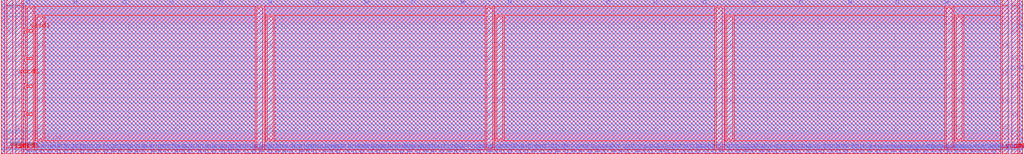
<source format=lef>
##
## LEF for PtnCells ;
## created by Innovus v19.11-s128_1 on Tue Nov 23 23:03:21 2021
##

VERSION 5.7 ;

BUSBITCHARS "[]" ;
DIVIDERCHAR "/" ;

MACRO N_term_single2
  CLASS BLOCK ;
  SIZE 200.100000 BY 30.260000 ;
  FOREIGN N_term_single2 0.000000 0.000000 ;
  ORIGIN 0 0 ;
  SYMMETRY X Y R90 ;
  PIN N1END[3]
    DIRECTION INPUT ;
    USE SIGNAL ;
    ANTENNAPARTIALMETALAREA 0.9386 LAYER met2  ;
    ANTENNAPARTIALMETALSIDEAREA 4.585 LAYER met2  ;
    ANTENNAMODEL OXIDE1 ;
    ANTENNAGATEAREA 0.7425 LAYER met2  ;
    ANTENNAMAXAREACAR 4.66229 LAYER met2  ;
    ANTENNAMAXSIDEAREACAR 21.2343 LAYER met2  ;
    ANTENNAMAXCUTCAR 0.0692256 LAYER via2  ;
    PORT
      LAYER met2 ;
        RECT 9.240000 0.000000 9.620000 0.700000 ;
    END
  END N1END[3]
  PIN N1END[2]
    DIRECTION INPUT ;
    USE SIGNAL ;
    ANTENNAPARTIALMETALAREA 1.0126 LAYER met2  ;
    ANTENNAPARTIALMETALSIDEAREA 4.837 LAYER met2  ;
    ANTENNAMODEL OXIDE1 ;
    ANTENNAGATEAREA 0.7425 LAYER met2  ;
    ANTENNAMAXAREACAR 2.23811 LAYER met2  ;
    ANTENNAMAXSIDEAREACAR 9.65051 LAYER met2  ;
    ANTENNAMAXCUTCAR 0.0692256 LAYER via2  ;
    PORT
      LAYER met2 ;
        RECT 7.860000 0.000000 8.240000 0.700000 ;
    END
  END N1END[2]
  PIN N1END[1]
    DIRECTION INPUT ;
    USE SIGNAL ;
    ANTENNAPARTIALMETALAREA 1.7688 LAYER met2  ;
    ANTENNAPARTIALMETALSIDEAREA 8.736 LAYER met2  ;
    ANTENNAMODEL OXIDE1 ;
    ANTENNAGATEAREA 0.7425 LAYER met2  ;
    ANTENNAMAXAREACAR 8.48801 LAYER met2  ;
    ANTENNAMAXSIDEAREACAR 40.363 LAYER met2  ;
    ANTENNAMAXCUTCAR 0.0692256 LAYER via2  ;
    PORT
      LAYER met2 ;
        RECT 6.480000 0.000000 6.860000 0.700000 ;
    END
  END N1END[1]
  PIN N1END[0]
    DIRECTION INPUT ;
    USE SIGNAL ;
    ANTENNAPARTIALMETALAREA 1.0126 LAYER met2  ;
    ANTENNAPARTIALMETALSIDEAREA 4.837 LAYER met2  ;
    ANTENNAMODEL OXIDE1 ;
    ANTENNAGATEAREA 0.7425 LAYER met2  ;
    ANTENNAMAXAREACAR 1.82397 LAYER met2  ;
    ANTENNAMAXSIDEAREACAR 7.67071 LAYER met2  ;
    ANTENNAMAXCUTCAR 0.0692256 LAYER via2  ;
    PORT
      LAYER met2 ;
        RECT 5.100000 0.000000 5.480000 0.700000 ;
    END
  END N1END[0]
  PIN N2MID[7]
    DIRECTION INPUT ;
    USE SIGNAL ;
    ANTENNAPARTIALMETALAREA 1.1976 LAYER met2  ;
    ANTENNAPARTIALMETALSIDEAREA 5.88 LAYER met2  ;
    ANTENNAMODEL OXIDE1 ;
    ANTENNAGATEAREA 0.7425 LAYER met2  ;
    ANTENNAMAXAREACAR 8.05677 LAYER met2  ;
    ANTENNAMAXSIDEAREACAR 37.9091 LAYER met2  ;
    ANTENNAMAXCUTCAR 0.0692256 LAYER via2  ;
    PORT
      LAYER met2 ;
        RECT 21.660000 0.000000 22.040000 0.700000 ;
    END
  END N2MID[7]
  PIN N2MID[6]
    DIRECTION INPUT ;
    USE SIGNAL ;
    ANTENNAPARTIALMETALAREA 1.0602 LAYER met2  ;
    ANTENNAPARTIALMETALSIDEAREA 5.075 LAYER met2  ;
    ANTENNAMODEL OXIDE1 ;
    ANTENNAGATEAREA 0.7425 LAYER met2  ;
    ANTENNAMAXAREACAR 3.99731 LAYER met2  ;
    ANTENNAMAXSIDEAREACAR 18.4465 LAYER met2  ;
    ANTENNAMAXCUTCAR 0.0692256 LAYER via2  ;
    PORT
      LAYER met2 ;
        RECT 20.280000 0.000000 20.660000 0.700000 ;
    END
  END N2MID[6]
  PIN N2MID[5]
    DIRECTION INPUT ;
    USE SIGNAL ;
    ANTENNAPARTIALMETALAREA 1.2718 LAYER met2  ;
    ANTENNAPARTIALMETALSIDEAREA 6.251 LAYER met2  ;
    ANTENNAMODEL OXIDE1 ;
    ANTENNAGATEAREA 0.7425 LAYER met2  ;
    ANTENNAMAXAREACAR 6.53172 LAYER met2  ;
    ANTENNAMAXSIDEAREACAR 31.2774 LAYER met2  ;
    ANTENNAMAXCUTCAR 0.0692256 LAYER via2  ;
    PORT
      LAYER met2 ;
        RECT 18.440000 0.000000 18.820000 0.700000 ;
    END
  END N2MID[5]
  PIN N2MID[4]
    DIRECTION INPUT ;
    USE SIGNAL ;
    ANTENNAPARTIALMETALAREA 0.8434 LAYER met2  ;
    ANTENNAPARTIALMETALSIDEAREA 4.109 LAYER met2  ;
    ANTENNAMODEL OXIDE1 ;
    ANTENNAGATEAREA 0.7425 LAYER met2  ;
    ANTENNAMAXAREACAR 10.4479 LAYER met2  ;
    ANTENNAMAXSIDEAREACAR 50.8586 LAYER met2  ;
    ANTENNAMAXCUTCAR 0.0692256 LAYER via2  ;
    PORT
      LAYER met2 ;
        RECT 17.060000 0.000000 17.440000 0.700000 ;
    END
  END N2MID[4]
  PIN N2MID[3]
    DIRECTION INPUT ;
    USE SIGNAL ;
    ANTENNAPARTIALMETALAREA 1.367 LAYER met2  ;
    ANTENNAPARTIALMETALSIDEAREA 6.727 LAYER met2  ;
    ANTENNAMODEL OXIDE1 ;
    ANTENNAGATEAREA 0.7425 LAYER met2  ;
    ANTENNAMAXAREACAR 5.28559 LAYER met2  ;
    ANTENNAMAXSIDEAREACAR 23.7556 LAYER met2  ;
    ANTENNAMAXCUTCAR 0.0692256 LAYER via2  ;
    PORT
      LAYER met2 ;
        RECT 15.680000 0.000000 16.060000 0.700000 ;
    END
  END N2MID[3]
  PIN N2MID[2]
    DIRECTION INPUT ;
    USE SIGNAL ;
    ANTENNAPARTIALCUTAREA 0.04 LAYER via2  ;
    ANTENNAPARTIALMETALAREA 7.2948 LAYER met3  ;
    ANTENNAPARTIALMETALSIDEAREA 39.376 LAYER met3  ;
    ANTENNAMODEL OXIDE1 ;
    ANTENNAGATEAREA 0.7425 LAYER met3  ;
    ANTENNAMAXAREACAR 12.2356 LAYER met3  ;
    ANTENNAMAXSIDEAREACAR 63.6202 LAYER met3  ;
    ANTENNAMAXCUTCAR 0.123098 LAYER via3  ;
    PORT
      LAYER met2 ;
        RECT 13.840000 0.000000 14.220000 0.700000 ;
    END
  END N2MID[2]
  PIN N2MID[1]
    DIRECTION INPUT ;
    USE SIGNAL ;
    ANTENNAPARTIALMETALAREA 1.6736 LAYER met2  ;
    ANTENNAPARTIALMETALSIDEAREA 8.26 LAYER met2  ;
    ANTENNAMODEL OXIDE1 ;
    ANTENNAGATEAREA 0.7425 LAYER met2  ;
    ANTENNAMAXAREACAR 8.04956 LAYER met2  ;
    ANTENNAMAXSIDEAREACAR 38.8667 LAYER met2  ;
    ANTENNAMAXCUTCAR 0.0692256 LAYER via2  ;
    PORT
      LAYER met2 ;
        RECT 12.460000 0.000000 12.840000 0.700000 ;
    END
  END N2MID[1]
  PIN N2MID[0]
    DIRECTION INPUT ;
    USE SIGNAL ;
    ANTENNAPARTIALMETALAREA 1.0428 LAYER met2  ;
    ANTENNAPARTIALMETALSIDEAREA 5.096 LAYER met2  ;
    ANTENNAMODEL OXIDE1 ;
    ANTENNAGATEAREA 0.7425 LAYER met2  ;
    ANTENNAMAXAREACAR 1.86465 LAYER met2  ;
    ANTENNAMAXSIDEAREACAR 8.01953 LAYER met2  ;
    ANTENNAMAXCUTCAR 0.0692256 LAYER via2  ;
    PORT
      LAYER met2 ;
        RECT 11.080000 0.000000 11.460000 0.700000 ;
    END
  END N2MID[0]
  PIN N2END[7]
    DIRECTION INPUT ;
    USE SIGNAL ;
    ANTENNAPARTIALMETALAREA 1.7213 LAYER met2  ;
    ANTENNAPARTIALMETALSIDEAREA 8.4455 LAYER met2  ;
    ANTENNAPARTIALCUTAREA 0.04 LAYER via2  ;
    ANTENNAPARTIALMETALAREA 13.3668 LAYER met3  ;
    ANTENNAPARTIALMETALSIDEAREA 71.76 LAYER met3  ;
    ANTENNAMODEL OXIDE1 ;
    ANTENNAGATEAREA 0.7425 LAYER met3  ;
    ANTENNAMAXAREACAR 18.863 LAYER met3  ;
    ANTENNAMAXSIDEAREACAR 98.8418 LAYER met3  ;
    ANTENNAMAXCUTCAR 0.123098 LAYER via3  ;
    PORT
      LAYER met2 ;
        RECT 34.080000 0.000000 34.460000 0.700000 ;
    END
  END N2END[7]
  PIN N2END[6]
    DIRECTION INPUT ;
    USE SIGNAL ;
    ANTENNAPARTIALMETALAREA 1.7478 LAYER met2  ;
    ANTENNAPARTIALMETALSIDEAREA 8.631 LAYER met2  ;
    ANTENNAMODEL OXIDE1 ;
    ANTENNAGATEAREA 0.7425 LAYER met2  ;
    ANTENNAMAXAREACAR 7.82707 LAYER met2  ;
    ANTENNAMAXSIDEAREACAR 37.7542 LAYER met2  ;
    ANTENNAMAXCUTCAR 0.0692256 LAYER via2  ;
    PORT
      LAYER met2 ;
        RECT 32.240000 0.000000 32.620000 0.700000 ;
    END
  END N2END[6]
  PIN N2END[5]
    DIRECTION INPUT ;
    USE SIGNAL ;
    ANTENNAPARTIALMETALAREA 1.7742 LAYER met2  ;
    ANTENNAPARTIALMETALSIDEAREA 8.645 LAYER met2  ;
    ANTENNAMODEL OXIDE1 ;
    ANTENNAGATEAREA 0.7425 LAYER met2  ;
    ANTENNAMAXAREACAR 3.43731 LAYER met2  ;
    ANTENNAMAXSIDEAREACAR 15.6465 LAYER met2  ;
    ANTENNAMAXCUTCAR 0.0692256 LAYER via2  ;
    PORT
      LAYER met2 ;
        RECT 30.860000 0.000000 31.240000 0.700000 ;
    END
  END N2END[5]
  PIN N2END[4]
    DIRECTION INPUT ;
    USE SIGNAL ;
    ANTENNAPARTIALMETALAREA 0.965 LAYER met2  ;
    ANTENNAPARTIALMETALSIDEAREA 4.599 LAYER met2  ;
    ANTENNAMODEL OXIDE1 ;
    ANTENNAGATEAREA 0.7425 LAYER met2  ;
    ANTENNAMAXAREACAR 2.26074 LAYER met2  ;
    ANTENNAMAXSIDEAREACAR 9.76364 LAYER met2  ;
    ANTENNAMAXCUTCAR 0.0692256 LAYER via2  ;
    PORT
      LAYER met2 ;
        RECT 29.480000 0.000000 29.860000 0.700000 ;
    END
  END N2END[4]
  PIN N2END[3]
    DIRECTION INPUT ;
    USE SIGNAL ;
    ANTENNAPARTIALMETALAREA 1.5784 LAYER met2  ;
    ANTENNAPARTIALMETALSIDEAREA 7.784 LAYER met2  ;
    ANTENNAMODEL OXIDE1 ;
    ANTENNAGATEAREA 0.7425 LAYER met2  ;
    ANTENNAMAXAREACAR 9.42034 LAYER met2  ;
    ANTENNAMAXSIDEAREACAR 45.7205 LAYER met2  ;
    ANTENNAMAXCUTCAR 0.0692256 LAYER via2  ;
    PORT
      LAYER met2 ;
        RECT 27.640000 0.000000 28.020000 0.700000 ;
    END
  END N2END[3]
  PIN N2END[2]
    DIRECTION INPUT ;
    USE SIGNAL ;
    ANTENNAPARTIALMETALAREA 0.6321 LAYER met2  ;
    ANTENNAPARTIALMETALSIDEAREA 2.9995 LAYER met2  ;
    ANTENNAPARTIALCUTAREA 0.04 LAYER via2  ;
    ANTENNAPARTIALMETALAREA 7.0638 LAYER met3  ;
    ANTENNAPARTIALMETALSIDEAREA 38.144 LAYER met3  ;
    ANTENNAMODEL OXIDE1 ;
    ANTENNAGATEAREA 0.7425 LAYER met3  ;
    ANTENNAMAXAREACAR 11.1193 LAYER met3  ;
    ANTENNAMAXSIDEAREACAR 57.9354 LAYER met3  ;
    ANTENNAMAXCUTCAR 0.123098 LAYER via3  ;
    PORT
      LAYER met2 ;
        RECT 26.260000 0.000000 26.640000 0.700000 ;
    END
  END N2END[2]
  PIN N2END[1]
    DIRECTION INPUT ;
    USE SIGNAL ;
    ANTENNAPARTIALMETALAREA 0.8883 LAYER met2  ;
    ANTENNAPARTIALMETALSIDEAREA 4.2805 LAYER met2  ;
    ANTENNAPARTIALCUTAREA 0.04 LAYER via2  ;
    ANTENNAPARTIALMETALAREA 3.4308 LAYER met3  ;
    ANTENNAPARTIALMETALSIDEAREA 18.768 LAYER met3  ;
    ANTENNAMODEL OXIDE1 ;
    ANTENNAGATEAREA 0.7425 LAYER met3  ;
    ANTENNAMAXAREACAR 5.74249 LAYER met3  ;
    ANTENNAMAXSIDEAREACAR 29.5111 LAYER met3  ;
    ANTENNAMAXCUTCAR 0.123098 LAYER via3  ;
    PORT
      LAYER met2 ;
        RECT 24.880000 0.000000 25.260000 0.700000 ;
    END
  END N2END[1]
  PIN N2END[0]
    DIRECTION INPUT ;
    USE SIGNAL ;
    ANTENNAPARTIALMETALAREA 1.4144 LAYER met2  ;
    ANTENNAPARTIALMETALSIDEAREA 6.846 LAYER met2  ;
    ANTENNAMODEL OXIDE1 ;
    ANTENNAGATEAREA 0.7425 LAYER met2  ;
    ANTENNAMAXAREACAR 3.1262 LAYER met2  ;
    ANTENNAMAXSIDEAREACAR 14.0909 LAYER met2  ;
    ANTENNAMAXCUTCAR 0.0692256 LAYER via2  ;
    PORT
      LAYER met2 ;
        RECT 23.040000 0.000000 23.420000 0.700000 ;
    END
  END N2END[0]
  PIN N4END[15]
    DIRECTION INPUT ;
    USE SIGNAL ;
    ANTENNAPARTIALMETALAREA 1.1976 LAYER met2  ;
    ANTENNAPARTIALMETALSIDEAREA 5.88 LAYER met2  ;
    ANTENNAMODEL OXIDE1 ;
    ANTENNAGATEAREA 0.7425 LAYER met2  ;
    ANTENNAMAXAREACAR 6.32209 LAYER met2  ;
    ANTENNAMAXSIDEAREACAR 29.2357 LAYER met2  ;
    ANTENNAMAXCUTCAR 0.0692256 LAYER via2  ;
    PORT
      LAYER met2 ;
        RECT 58.460000 0.000000 58.840000 0.700000 ;
    END
  END N4END[15]
  PIN N4END[14]
    DIRECTION INPUT ;
    USE SIGNAL ;
    ANTENNAPARTIALMETALAREA 1.4746 LAYER met2  ;
    ANTENNAPARTIALMETALSIDEAREA 7.147 LAYER met2  ;
    ANTENNAMODEL OXIDE1 ;
    ANTENNAGATEAREA 0.7425 LAYER met2  ;
    ANTENNAMAXAREACAR 2.60013 LAYER met2  ;
    ANTENNAMAXSIDEAREACAR 11.4606 LAYER met2  ;
    ANTENNAMAXCUTCAR 0.0692256 LAYER via2  ;
    PORT
      LAYER met2 ;
        RECT 56.620000 0.000000 57.000000 0.700000 ;
    END
  END N4END[14]
  PIN N4END[13]
    DIRECTION INPUT ;
    USE SIGNAL ;
    ANTENNAPARTIALMETALAREA 1.8218 LAYER met2  ;
    ANTENNAPARTIALMETALSIDEAREA 8.883 LAYER met2  ;
    ANTENNAMODEL OXIDE1 ;
    ANTENNAGATEAREA 0.7425 LAYER met2  ;
    ANTENNAMAXAREACAR 3.22424 LAYER met2  ;
    ANTENNAMAXSIDEAREACAR 14.5811 LAYER met2  ;
    ANTENNAMAXCUTCAR 0.0692256 LAYER via2  ;
    PORT
      LAYER met2 ;
        RECT 55.240000 0.000000 55.620000 0.700000 ;
    END
  END N4END[13]
  PIN N4END[12]
    DIRECTION INPUT ;
    USE SIGNAL ;
    ANTENNAPARTIALMETALAREA 2.743 LAYER met2  ;
    ANTENNAPARTIALMETALSIDEAREA 13.489 LAYER met2  ;
    ANTENNAMODEL OXIDE1 ;
    ANTENNAGATEAREA 0.7425 LAYER met2  ;
    ANTENNAMAXAREACAR 4.30842 LAYER met2  ;
    ANTENNAMAXSIDEAREACAR 20.002 LAYER met2  ;
    ANTENNAMAXCUTCAR 0.0692256 LAYER via2  ;
    PORT
      LAYER met2 ;
        RECT 53.860000 0.000000 54.240000 0.700000 ;
    END
  END N4END[12]
  PIN N4END[11]
    DIRECTION INPUT ;
    USE SIGNAL ;
    ANTENNAPARTIALMETALAREA 1.9982 LAYER met2  ;
    ANTENNAPARTIALMETALSIDEAREA 9.765 LAYER met2  ;
    ANTENNAMODEL OXIDE1 ;
    ANTENNAGATEAREA 0.7425 LAYER met2  ;
    ANTENNAMAXAREACAR 8.41886 LAYER met2  ;
    ANTENNAMAXSIDEAREACAR 40.5542 LAYER met2  ;
    ANTENNAMAXCUTCAR 0.0692256 LAYER via2  ;
    PORT
      LAYER met2 ;
        RECT 52.480000 0.000000 52.860000 0.700000 ;
    END
  END N4END[11]
  PIN N4END[10]
    DIRECTION INPUT ;
    USE SIGNAL ;
    ANTENNAPARTIALMETALAREA 1.9565 LAYER met2  ;
    ANTENNAPARTIALMETALSIDEAREA 9.6215 LAYER met2  ;
    ANTENNAPARTIALCUTAREA 0.04 LAYER via2  ;
    ANTENNAPARTIALMETALAREA 5.0868 LAYER met3  ;
    ANTENNAPARTIALMETALSIDEAREA 27.6 LAYER met3  ;
    ANTENNAMODEL OXIDE1 ;
    ANTENNAGATEAREA 0.7425 LAYER met3  ;
    ANTENNAMAXAREACAR 7.86498 LAYER met3  ;
    ANTENNAMAXSIDEAREACAR 39.8734 LAYER met3  ;
    ANTENNAMAXCUTCAR 0.123098 LAYER via3  ;
    PORT
      LAYER met2 ;
        RECT 50.640000 0.000000 51.020000 0.700000 ;
    END
  END N4END[10]
  PIN N4END[9]
    DIRECTION INPUT ;
    USE SIGNAL ;
    ANTENNAPARTIALMETALAREA 1.8554 LAYER met2  ;
    ANTENNAPARTIALMETALSIDEAREA 9.051 LAYER met2  ;
    ANTENNAMODEL OXIDE1 ;
    ANTENNAGATEAREA 0.7425 LAYER met2  ;
    ANTENNAMAXAREACAR 3.80687 LAYER met2  ;
    ANTENNAMAXSIDEAREACAR 17.4943 LAYER met2  ;
    ANTENNAMAXCUTCAR 0.0692256 LAYER via2  ;
    PORT
      LAYER met2 ;
        RECT 49.260000 0.000000 49.640000 0.700000 ;
    END
  END N4END[9]
  PIN N4END[8]
    DIRECTION INPUT ;
    USE SIGNAL ;
    ANTENNAPARTIALMETALAREA 2.9813 LAYER met2  ;
    ANTENNAPARTIALMETALSIDEAREA 14.7455 LAYER met2  ;
    ANTENNAPARTIALCUTAREA 0.04 LAYER via2  ;
    ANTENNAPARTIALMETALAREA 16.9518 LAYER met3  ;
    ANTENNAPARTIALMETALSIDEAREA 90.88 LAYER met3  ;
    ANTENNAMODEL OXIDE1 ;
    ANTENNAGATEAREA 0.7425 LAYER met3  ;
    ANTENNAMAXAREACAR 25.3592 LAYER met3  ;
    ANTENNAMAXSIDEAREACAR 133.665 LAYER met3  ;
    ANTENNAMAXCUTCAR 0.123098 LAYER via3  ;
    PORT
      LAYER met2 ;
        RECT 47.880000 0.000000 48.260000 0.700000 ;
    END
  END N4END[8]
  PIN N4END[7]
    DIRECTION INPUT ;
    USE SIGNAL ;
    ANTENNAPARTIALMETALAREA 2.0629 LAYER met2  ;
    ANTENNAPARTIALMETALSIDEAREA 10.1535 LAYER met2  ;
    ANTENNAPARTIALCUTAREA 0.04 LAYER via2  ;
    ANTENNAPARTIALMETALAREA 8.7648 LAYER met3  ;
    ANTENNAPARTIALMETALSIDEAREA 47.216 LAYER met3  ;
    ANTENNAMODEL OXIDE1 ;
    ANTENNAGATEAREA 0.7425 LAYER met3  ;
    ANTENNAMAXAREACAR 12.4939 LAYER met3  ;
    ANTENNAMAXSIDEAREACAR 65.7131 LAYER met3  ;
    ANTENNAMAXCUTCAR 0.123098 LAYER via3  ;
    PORT
      LAYER met2 ;
        RECT 46.040000 0.000000 46.420000 0.700000 ;
    END
  END N4END[7]
  PIN N4END[6]
    DIRECTION INPUT ;
    USE SIGNAL ;
    ANTENNAPARTIALMETALAREA 2.0026 LAYER met2  ;
    ANTENNAPARTIALMETALSIDEAREA 9.905 LAYER met2  ;
    ANTENNAMODEL OXIDE1 ;
    ANTENNAGATEAREA 0.7425 LAYER met2  ;
    ANTENNAMAXAREACAR 12.7671 LAYER met2  ;
    ANTENNAMAXSIDEAREACAR 62.4545 LAYER met2  ;
    ANTENNAMAXCUTCAR 0.0692256 LAYER via2  ;
    PORT
      LAYER met2 ;
        RECT 44.660000 0.000000 45.040000 0.700000 ;
    END
  END N4END[6]
  PIN N4END[5]
    DIRECTION INPUT ;
    USE SIGNAL ;
    ANTENNAPARTIALMETALAREA 0.9737 LAYER met2  ;
    ANTENNAPARTIALMETALSIDEAREA 4.7075 LAYER met2  ;
    ANTENNAPARTIALCUTAREA 0.04 LAYER via2  ;
    ANTENNAPARTIALMETALAREA 14.4228 LAYER met3  ;
    ANTENNAPARTIALMETALSIDEAREA 77.392 LAYER met3  ;
    ANTENNAMODEL OXIDE1 ;
    ANTENNAGATEAREA 0.7425 LAYER met3  ;
    ANTENNAMAXAREACAR 21.383 LAYER met3  ;
    ANTENNAMAXSIDEAREACAR 112.558 LAYER met3  ;
    ANTENNAMAXCUTCAR 0.123098 LAYER via3  ;
    PORT
      LAYER met2 ;
        RECT 43.280000 0.000000 43.660000 0.700000 ;
    END
  END N4END[5]
  PIN N4END[4]
    DIRECTION INPUT ;
    USE SIGNAL ;
    ANTENNAPARTIALCUTAREA 0.04 LAYER via2  ;
    ANTENNAPARTIALMETALAREA 6.3288 LAYER met3  ;
    ANTENNAPARTIALMETALSIDEAREA 34.224 LAYER met3  ;
    ANTENNAMODEL OXIDE1 ;
    ANTENNAGATEAREA 0.7425 LAYER met3  ;
    ANTENNAMAXAREACAR 11.1231 LAYER met3  ;
    ANTENNAMAXSIDEAREACAR 57.6242 LAYER met3  ;
    ANTENNAMAXCUTCAR 0.123098 LAYER via3  ;
    PORT
      LAYER met2 ;
        RECT 41.440000 0.000000 41.820000 0.700000 ;
    END
  END N4END[4]
  PIN N4END[3]
    DIRECTION INPUT ;
    USE SIGNAL ;
    ANTENNAPARTIALMETALAREA 3.8406 LAYER met2  ;
    ANTENNAPARTIALMETALSIDEAREA 18.977 LAYER met2  ;
    ANTENNAMODEL OXIDE1 ;
    ANTENNAGATEAREA 0.7425 LAYER met2  ;
    ANTENNAMAXAREACAR 5.63273 LAYER met2  ;
    ANTENNAMAXSIDEAREACAR 26.7145 LAYER met2  ;
    ANTENNAMAXCUTCAR 0.0692256 LAYER via2  ;
    PORT
      LAYER met2 ;
        RECT 40.060000 0.000000 40.440000 0.700000 ;
    END
  END N4END[3]
  PIN N4END[2]
    DIRECTION INPUT ;
    USE SIGNAL ;
    ANTENNAPARTIALMETALAREA 1.0126 LAYER met2  ;
    ANTENNAPARTIALMETALSIDEAREA 4.837 LAYER met2  ;
    ANTENNAMODEL OXIDE1 ;
    ANTENNAGATEAREA 0.7425 LAYER met2  ;
    ANTENNAMAXAREACAR 1.82397 LAYER met2  ;
    ANTENNAMAXSIDEAREACAR 7.67071 LAYER met2  ;
    ANTENNAMAXCUTCAR 0.0692256 LAYER via2  ;
    PORT
      LAYER met2 ;
        RECT 38.680000 0.000000 39.060000 0.700000 ;
    END
  END N4END[2]
  PIN N4END[1]
    DIRECTION INPUT ;
    USE SIGNAL ;
    ANTENNAPARTIALMETALAREA 0.8168 LAYER met2  ;
    ANTENNAPARTIALMETALSIDEAREA 3.976 LAYER met2  ;
    ANTENNAMODEL OXIDE1 ;
    ANTENNAGATEAREA 0.7425 LAYER met2  ;
    ANTENNAMAXAREACAR 9.15037 LAYER met2  ;
    ANTENNAMAXSIDEAREACAR 43.3771 LAYER met2  ;
    ANTENNAMAXCUTCAR 0.0692256 LAYER via2  ;
    PORT
      LAYER met2 ;
        RECT 36.840000 0.000000 37.220000 0.700000 ;
    END
  END N4END[1]
  PIN N4END[0]
    DIRECTION INPUT ;
    USE SIGNAL ;
    ANTENNAPARTIALMETALAREA 0.965 LAYER met2  ;
    ANTENNAPARTIALMETALSIDEAREA 4.599 LAYER met2  ;
    ANTENNAMODEL OXIDE1 ;
    ANTENNAGATEAREA 0.7425 LAYER met2  ;
    ANTENNAMAXAREACAR 1.75987 LAYER met2  ;
    ANTENNAMAXSIDEAREACAR 7.35017 LAYER met2  ;
    ANTENNAMAXCUTCAR 0.0692256 LAYER via2  ;
    PORT
      LAYER met2 ;
        RECT 35.460000 0.000000 35.840000 0.700000 ;
    END
  END N4END[0]
  PIN NN4END[15]
    DIRECTION INPUT ;
    USE SIGNAL ;
    ANTENNAPARTIALMETALAREA 1.4314 LAYER met2  ;
    ANTENNAPARTIALMETALSIDEAREA 7.049 LAYER met2  ;
    ANTENNAMODEL OXIDE1 ;
    ANTENNAGATEAREA 0.7425 LAYER met2  ;
    ANTENNAMAXAREACAR 7.28047 LAYER met2  ;
    ANTENNAMAXSIDEAREACAR 33.73 LAYER met2  ;
    ANTENNAMAXCUTCAR 0.0692256 LAYER via2  ;
    PORT
      LAYER met2 ;
        RECT 82.840000 0.000000 83.220000 0.700000 ;
    END
  END NN4END[15]
  PIN NN4END[14]
    DIRECTION INPUT ;
    USE SIGNAL ;
    ANTENNAPARTIALMETALAREA 2.081 LAYER met2  ;
    ANTENNAPARTIALMETALSIDEAREA 10.297 LAYER met2  ;
    ANTENNAMODEL OXIDE1 ;
    ANTENNAGATEAREA 0.7425 LAYER met2  ;
    ANTENNAMAXAREACAR 7.40222 LAYER met2  ;
    ANTENNAMAXSIDEAREACAR 34.2337 LAYER met2  ;
    ANTENNAMAXCUTCAR 0.0692256 LAYER via2  ;
    PORT
      LAYER met2 ;
        RECT 81.460000 0.000000 81.840000 0.700000 ;
    END
  END NN4END[14]
  PIN NN4END[13]
    DIRECTION INPUT ;
    USE SIGNAL ;
    ANTENNAPARTIALMETALAREA 0.965 LAYER met2  ;
    ANTENNAPARTIALMETALSIDEAREA 4.599 LAYER met2  ;
    ANTENNAMODEL OXIDE1 ;
    ANTENNAGATEAREA 0.7425 LAYER met2  ;
    ANTENNAMAXAREACAR 1.75987 LAYER met2  ;
    ANTENNAMAXSIDEAREACAR 7.35017 LAYER met2  ;
    ANTENNAMAXCUTCAR 0.0692256 LAYER via2  ;
    PORT
      LAYER met2 ;
        RECT 79.620000 0.000000 80.000000 0.700000 ;
    END
  END NN4END[13]
  PIN NN4END[12]
    DIRECTION INPUT ;
    USE SIGNAL ;
    ANTENNAPARTIALMETALAREA 1.1766 LAYER met2  ;
    ANTENNAPARTIALMETALSIDEAREA 5.775 LAYER met2  ;
    ANTENNAMODEL OXIDE1 ;
    ANTENNAGATEAREA 0.7425 LAYER met2  ;
    ANTENNAMAXAREACAR 4.4369 LAYER met2  ;
    ANTENNAMAXSIDEAREACAR 20.8034 LAYER met2  ;
    ANTENNAMAXCUTCAR 0.0692256 LAYER via2  ;
    PORT
      LAYER met2 ;
        RECT 78.240000 0.000000 78.620000 0.700000 ;
    END
  END NN4END[12]
  PIN NN4END[11]
    DIRECTION INPUT ;
    USE SIGNAL ;
    ANTENNAPARTIALMETALAREA 1.2982 LAYER met2  ;
    ANTENNAPARTIALMETALSIDEAREA 6.265 LAYER met2  ;
    ANTENNAMODEL OXIDE1 ;
    ANTENNAGATEAREA 0.7425 LAYER met2  ;
    ANTENNAMAXAREACAR 2.60579 LAYER met2  ;
    ANTENNAMAXSIDEAREACAR 11.4889 LAYER met2  ;
    ANTENNAMAXCUTCAR 0.0692256 LAYER via2  ;
    PORT
      LAYER met2 ;
        RECT 76.860000 0.000000 77.240000 0.700000 ;
    END
  END NN4END[11]
  PIN NN4END[10]
    DIRECTION INPUT ;
    USE SIGNAL ;
    ANTENNAPARTIALMETALAREA 2.8214 LAYER met2  ;
    ANTENNAPARTIALMETALSIDEAREA 13.881 LAYER met2  ;
    ANTENNAMODEL OXIDE1 ;
    ANTENNAGATEAREA 0.7425 LAYER met2  ;
    ANTENNAMAXAREACAR 6.08646 LAYER met2  ;
    ANTENNAMAXSIDEAREACAR 28.8923 LAYER met2  ;
    ANTENNAMAXCUTCAR 0.0692256 LAYER via2  ;
    PORT
      LAYER met2 ;
        RECT 75.020000 0.000000 75.400000 0.700000 ;
    END
  END NN4END[10]
  PIN NN4END[9]
    DIRECTION INPUT ;
    USE SIGNAL ;
    ANTENNAPARTIALMETALAREA 1.1498 LAYER met2  ;
    ANTENNAPARTIALMETALSIDEAREA 5.523 LAYER met2  ;
    ANTENNAMODEL OXIDE1 ;
    ANTENNAGATEAREA 0.7425 LAYER met2  ;
    ANTENNAMAXAREACAR 2.07596 LAYER met2  ;
    ANTENNAMAXSIDEAREACAR 8.83973 LAYER met2  ;
    ANTENNAMAXCUTCAR 0.0692256 LAYER via2  ;
    PORT
      LAYER met2 ;
        RECT 73.640000 0.000000 74.020000 0.700000 ;
    END
  END NN4END[9]
  PIN NN4END[8]
    DIRECTION INPUT ;
    USE SIGNAL ;
    ANTENNAPARTIALMETALAREA 0.9722 LAYER met2  ;
    ANTENNAPARTIALMETALSIDEAREA 4.753 LAYER met2  ;
    ANTENNAMODEL OXIDE1 ;
    ANTENNAGATEAREA 0.7425 LAYER met2  ;
    ANTENNAMAXAREACAR 9.59758 LAYER met2  ;
    ANTENNAMAXSIDEAREACAR 46.6067 LAYER met2  ;
    ANTENNAMAXCUTCAR 0.0692256 LAYER via2  ;
    PORT
      LAYER met2 ;
        RECT 72.260000 0.000000 72.640000 0.700000 ;
    END
  END NN4END[8]
  PIN NN4END[7]
    DIRECTION INPUT ;
    USE SIGNAL ;
    ANTENNAPARTIALMETALAREA 0.9784 LAYER met2  ;
    ANTENNAPARTIALMETALSIDEAREA 4.774 LAYER met2  ;
    ANTENNAMODEL OXIDE1 ;
    ANTENNAGATEAREA 0.7425 LAYER met2  ;
    ANTENNAMAXAREACAR 1.77791 LAYER met2  ;
    ANTENNAMAXSIDEAREACAR 7.58586 LAYER met2  ;
    ANTENNAMAXCUTCAR 0.0692256 LAYER via2  ;
    PORT
      LAYER met2 ;
        RECT 70.420000 0.000000 70.800000 0.700000 ;
    END
  END NN4END[7]
  PIN NN4END[6]
    DIRECTION INPUT ;
    USE SIGNAL ;
    ANTENNAPARTIALCUTAREA 0.04 LAYER via2  ;
    ANTENNAPARTIALMETALAREA 4.9488 LAYER met3  ;
    ANTENNAPARTIALMETALSIDEAREA 26.864 LAYER met3  ;
    ANTENNAMODEL OXIDE1 ;
    ANTENNAGATEAREA 0.7425 LAYER met3  ;
    ANTENNAMAXAREACAR 9.18013 LAYER met3  ;
    ANTENNAMAXSIDEAREACAR 46.0323 LAYER met3  ;
    ANTENNAMAXCUTCAR 0.123098 LAYER via3  ;
    PORT
      LAYER met2 ;
        RECT 69.040000 0.000000 69.420000 0.700000 ;
    END
  END NN4END[6]
  PIN NN4END[5]
    DIRECTION INPUT ;
    USE SIGNAL ;
    ANTENNAPARTIALMETALAREA 0.9245 LAYER met2  ;
    ANTENNAPARTIALMETALSIDEAREA 4.3435 LAYER met2  ;
    ANTENNAPARTIALCUTAREA 0.04 LAYER via2  ;
    ANTENNAPARTIALMETALAREA 1.4058 LAYER met3  ;
    ANTENNAPARTIALMETALSIDEAREA 7.968 LAYER met3  ;
    ANTENNAMODEL OXIDE1 ;
    ANTENNAGATEAREA 0.7425 LAYER met3  ;
    ANTENNAMAXAREACAR 6.69697 LAYER met3  ;
    ANTENNAMAXSIDEAREACAR 33.2835 LAYER met3  ;
    ANTENNAMAXCUTCAR 0.123098 LAYER via3  ;
    PORT
      LAYER met2 ;
        RECT 67.660000 0.000000 68.040000 0.700000 ;
    END
  END NN4END[5]
  PIN NN4END[4]
    DIRECTION INPUT ;
    USE SIGNAL ;
    ANTENNAPARTIALMETALAREA 2.7461 LAYER met2  ;
    ANTENNAPARTIALMETALSIDEAREA 13.5695 LAYER met2  ;
    ANTENNAPARTIALCUTAREA 0.04 LAYER via2  ;
    ANTENNAPARTIALMETALAREA 22.1028 LAYER met3  ;
    ANTENNAPARTIALMETALSIDEAREA 118.352 LAYER met3  ;
    ANTENNAMODEL OXIDE1 ;
    ANTENNAGATEAREA 0.7425 LAYER met3  ;
    ANTENNAMAXAREACAR 33.0218 LAYER met3  ;
    ANTENNAMAXSIDEAREACAR 174.199 LAYER met3  ;
    ANTENNAMAXCUTCAR 0.123098 LAYER via3  ;
    PORT
      LAYER met2 ;
        RECT 65.820000 0.000000 66.200000 0.700000 ;
    END
  END NN4END[4]
  PIN NN4END[3]
    DIRECTION INPUT ;
    USE SIGNAL ;
    ANTENNAPARTIALMETALAREA 2.3191 LAYER met2  ;
    ANTENNAPARTIALMETALSIDEAREA 11.4345 LAYER met2  ;
    ANTENNAPARTIALCUTAREA 0.04 LAYER via2  ;
    ANTENNAPARTIALMETALAREA 15.3888 LAYER met3  ;
    ANTENNAPARTIALMETALSIDEAREA 82.544 LAYER met3  ;
    ANTENNAMODEL OXIDE1 ;
    ANTENNAGATEAREA 0.7425 LAYER met3  ;
    ANTENNAMAXAREACAR 22.9216 LAYER met3  ;
    ANTENNAMAXSIDEAREACAR 120.684 LAYER met3  ;
    ANTENNAMAXCUTCAR 0.123098 LAYER via3  ;
    PORT
      LAYER met2 ;
        RECT 64.440000 0.000000 64.820000 0.700000 ;
    END
  END NN4END[3]
  PIN NN4END[2]
    DIRECTION INPUT ;
    USE SIGNAL ;
    ANTENNAPARTIALMETALAREA 1.6511 LAYER met2  ;
    ANTENNAPARTIALMETALSIDEAREA 7.9765 LAYER met2  ;
    ANTENNAPARTIALCUTAREA 0.04 LAYER via2  ;
    ANTENNAPARTIALMETALAREA 5.6838 LAYER met3  ;
    ANTENNAPARTIALMETALSIDEAREA 30.784 LAYER met3  ;
    ANTENNAMODEL OXIDE1 ;
    ANTENNAGATEAREA 0.7425 LAYER met3  ;
    ANTENNAMAXAREACAR 10.7541 LAYER met3  ;
    ANTENNAMAXSIDEAREACAR 55.4896 LAYER met3  ;
    ANTENNAMAXCUTCAR 0.123098 LAYER via3  ;
    PORT
      LAYER met2 ;
        RECT 63.060000 0.000000 63.440000 0.700000 ;
    END
  END NN4END[2]
  PIN NN4END[1]
    DIRECTION INPUT ;
    USE SIGNAL ;
    ANTENNAPARTIALMETALAREA 6.2682 LAYER met2  ;
    ANTENNAPARTIALMETALSIDEAREA 31.115 LAYER met2  ;
    ANTENNAMODEL OXIDE1 ;
    ANTENNAGATEAREA 0.7425 LAYER met2  ;
    ANTENNAMAXAREACAR 9.48983 LAYER met2  ;
    ANTENNAMAXSIDEAREACAR 45.9091 LAYER met2  ;
    ANTENNAMAXCUTCAR 0.0692256 LAYER via2  ;
    PORT
      LAYER met2 ;
        RECT 61.220000 0.000000 61.600000 0.700000 ;
    END
  END NN4END[1]
  PIN NN4END[0]
    DIRECTION INPUT ;
    USE SIGNAL ;
    ANTENNAPARTIALMETALAREA 2.6187 LAYER met2  ;
    ANTENNAPARTIALMETALSIDEAREA 12.9325 LAYER met2  ;
    ANTENNAPARTIALCUTAREA 0.04 LAYER via2  ;
    ANTENNAPARTIALMETALAREA 15.8508 LAYER met3  ;
    ANTENNAPARTIALMETALSIDEAREA 85.008 LAYER met3  ;
    ANTENNAMODEL OXIDE1 ;
    ANTENNAGATEAREA 0.7425 LAYER met3  ;
    ANTENNAMAXAREACAR 23.5898 LAYER met3  ;
    ANTENNAMAXSIDEAREACAR 124.323 LAYER met3  ;
    ANTENNAMAXCUTCAR 0.123098 LAYER via3  ;
    PORT
      LAYER met2 ;
        RECT 59.840000 0.000000 60.220000 0.700000 ;
    END
  END NN4END[0]
  PIN S1BEG[3]
    DIRECTION OUTPUT ;
    USE SIGNAL ;
    ANTENNAPARTIALMETALAREA 1.2943 LAYER met2  ;
    ANTENNAPARTIALMETALSIDEAREA 6.3105 LAYER met2  ;
    ANTENNAPARTIALCUTAREA 0.04 LAYER via2  ;
    ANTENNADIFFAREA 1.782 LAYER met3  ;
    ANTENNAPARTIALMETALAREA 16.1268 LAYER met3  ;
    ANTENNAPARTIALMETALSIDEAREA 86.48 LAYER met3  ;
    PORT
      LAYER met2 ;
        RECT 88.820000 0.000000 89.200000 0.700000 ;
    END
  END S1BEG[3]
  PIN S1BEG[2]
    DIRECTION OUTPUT ;
    USE SIGNAL ;
    ANTENNAPARTIALMETALAREA 0.7196 LAYER met2  ;
    ANTENNAPARTIALMETALSIDEAREA 3.437 LAYER met2  ;
    ANTENNAPARTIALCUTAREA 0.04 LAYER via2  ;
    ANTENNADIFFAREA 1.782 LAYER met3  ;
    ANTENNAPARTIALMETALAREA 13.8258 LAYER met3  ;
    ANTENNAPARTIALMETALSIDEAREA 74.208 LAYER met3  ;
    PORT
      LAYER met2 ;
        RECT 87.440000 0.000000 87.820000 0.700000 ;
    END
  END S1BEG[2]
  PIN S1BEG[1]
    DIRECTION OUTPUT ;
    USE SIGNAL ;
    ANTENNADIFFAREA 1.782 LAYER met2  ;
    ANTENNAPARTIALMETALAREA 1.1246 LAYER met2  ;
    ANTENNAPARTIALMETALSIDEAREA 5.397 LAYER met2  ;
    PORT
      LAYER met2 ;
        RECT 86.060000 0.000000 86.440000 0.700000 ;
    END
  END S1BEG[1]
  PIN S1BEG[0]
    DIRECTION OUTPUT ;
    USE SIGNAL ;
    ANTENNADIFFAREA 1.782 LAYER met2  ;
    ANTENNAPARTIALMETALAREA 4.5826 LAYER met2  ;
    ANTENNAPARTIALMETALSIDEAREA 22.687 LAYER met2  ;
    PORT
      LAYER met2 ;
        RECT 84.220000 0.000000 84.600000 0.700000 ;
    END
  END S1BEG[0]
  PIN S2BEG[7]
    DIRECTION OUTPUT ;
    USE SIGNAL ;
    ANTENNADIFFAREA 1.782 LAYER met2  ;
    ANTENNAPARTIALMETALAREA 1.0812 LAYER met2  ;
    ANTENNAPARTIALMETALSIDEAREA 5.18 LAYER met2  ;
    PORT
      LAYER met2 ;
        RECT 113.200000 0.000000 113.580000 0.700000 ;
    END
  END S2BEG[7]
  PIN S2BEG[6]
    DIRECTION OUTPUT ;
    USE SIGNAL ;
    ANTENNADIFFAREA 1.782 LAYER met2  ;
    ANTENNAPARTIALMETALAREA 4.535 LAYER met2  ;
    ANTENNAPARTIALMETALSIDEAREA 22.449 LAYER met2  ;
    PORT
      LAYER met2 ;
        RECT 111.820000 0.000000 112.200000 0.700000 ;
    END
  END S2BEG[6]
  PIN S2BEG[5]
    DIRECTION OUTPUT ;
    USE SIGNAL ;
    ANTENNAPARTIALMETALAREA 3.4937 LAYER met2  ;
    ANTENNAPARTIALMETALSIDEAREA 17.3075 LAYER met2  ;
    ANTENNAPARTIALCUTAREA 0.04 LAYER via2  ;
    ANTENNADIFFAREA 1.782 LAYER met3  ;
    ANTENNAPARTIALMETALAREA 20.6748 LAYER met3  ;
    ANTENNAPARTIALMETALSIDEAREA 110.736 LAYER met3  ;
    PORT
      LAYER met2 ;
        RECT 110.440000 0.000000 110.820000 0.700000 ;
    END
  END S2BEG[5]
  PIN S2BEG[4]
    DIRECTION OUTPUT ;
    USE SIGNAL ;
    ANTENNADIFFAREA 1.782 LAYER met2  ;
    ANTENNAPARTIALMETALAREA 6.0442 LAYER met2  ;
    ANTENNAPARTIALMETALSIDEAREA 29.995 LAYER met2  ;
    PORT
      LAYER met2 ;
        RECT 108.600000 0.000000 108.980000 0.700000 ;
    END
  END S2BEG[4]
  PIN S2BEG[3]
    DIRECTION OUTPUT ;
    USE SIGNAL ;
    ANTENNADIFFAREA 1.782 LAYER met2  ;
    ANTENNAPARTIALMETALAREA 1.0126 LAYER met2  ;
    ANTENNAPARTIALMETALSIDEAREA 4.837 LAYER met2  ;
    PORT
      LAYER met2 ;
        RECT 107.220000 0.000000 107.600000 0.700000 ;
    END
  END S2BEG[3]
  PIN S2BEG[2]
    DIRECTION OUTPUT ;
    USE SIGNAL ;
    ANTENNADIFFAREA 1.782 LAYER met2  ;
    ANTENNAPARTIALMETALAREA 7.1586 LAYER met2  ;
    ANTENNAPARTIALMETALSIDEAREA 35.567 LAYER met2  ;
    PORT
      LAYER met2 ;
        RECT 105.840000 0.000000 106.220000 0.700000 ;
    END
  END S2BEG[2]
  PIN S2BEG[1]
    DIRECTION OUTPUT ;
    USE SIGNAL ;
    ANTENNADIFFAREA 1.782 LAYER met2  ;
    ANTENNAPARTIALMETALAREA 0.727 LAYER met2  ;
    ANTENNAPARTIALMETALSIDEAREA 3.409 LAYER met2  ;
    PORT
      LAYER met2 ;
        RECT 104.000000 0.000000 104.380000 0.700000 ;
    END
  END S2BEG[1]
  PIN S2BEG[0]
    DIRECTION OUTPUT ;
    USE SIGNAL ;
    ANTENNAPARTIALMETALAREA 0.9737 LAYER met2  ;
    ANTENNAPARTIALMETALSIDEAREA 4.7075 LAYER met2  ;
    ANTENNAPARTIALCUTAREA 0.04 LAYER via2  ;
    ANTENNADIFFAREA 1.782 LAYER met3  ;
    ANTENNAPARTIALMETALAREA 14.0538 LAYER met3  ;
    ANTENNAPARTIALMETALSIDEAREA 75.424 LAYER met3  ;
    PORT
      LAYER met2 ;
        RECT 102.620000 0.000000 103.000000 0.700000 ;
    END
  END S2BEG[0]
  PIN S2BEGb[7]
    DIRECTION OUTPUT ;
    USE SIGNAL ;
    ANTENNAPARTIALMETALAREA 1.4861 LAYER met2  ;
    ANTENNAPARTIALMETALSIDEAREA 7.2695 LAYER met2  ;
    ANTENNAPARTIALCUTAREA 0.04 LAYER via2  ;
    ANTENNADIFFAREA 1.782 LAYER met3  ;
    ANTENNAPARTIALMETALAREA 12.2148 LAYER met3  ;
    ANTENNAPARTIALMETALSIDEAREA 65.616 LAYER met3  ;
    PORT
      LAYER met2 ;
        RECT 101.240000 0.000000 101.620000 0.700000 ;
    END
  END S2BEGb[7]
  PIN S2BEGb[6]
    DIRECTION OUTPUT ;
    USE SIGNAL ;
    ANTENNADIFFAREA 1.782 LAYER met2  ;
    ANTENNAPARTIALMETALAREA 5.6774 LAYER met2  ;
    ANTENNAPARTIALMETALSIDEAREA 28.161 LAYER met2  ;
    PORT
      LAYER met2 ;
        RECT 99.400000 0.000000 99.780000 0.700000 ;
    END
  END S2BEGb[6]
  PIN S2BEGb[5]
    DIRECTION OUTPUT ;
    USE SIGNAL ;
    ANTENNAPARTIALCUTAREA 0.04 LAYER via2  ;
    ANTENNADIFFAREA 1.782 LAYER met3  ;
    ANTENNAPARTIALMETALAREA 2.6028 LAYER met3  ;
    ANTENNAPARTIALMETALSIDEAREA 14.352 LAYER met3  ;
    PORT
      LAYER met2 ;
        RECT 98.020000 0.000000 98.400000 0.700000 ;
    END
  END S2BEGb[5]
  PIN S2BEGb[4]
    DIRECTION OUTPUT ;
    USE SIGNAL ;
    ANTENNADIFFAREA 1.782 LAYER met2  ;
    ANTENNAPARTIALMETALAREA 1.5098 LAYER met2  ;
    ANTENNAPARTIALMETALSIDEAREA 7.441 LAYER met2  ;
    PORT
      LAYER met2 ;
        RECT 96.640000 0.000000 97.020000 0.700000 ;
    END
  END S2BEGb[4]
  PIN S2BEGb[3]
    DIRECTION OUTPUT ;
    USE SIGNAL ;
    ANTENNADIFFAREA 1.782 LAYER met2  ;
    ANTENNAPARTIALMETALAREA 0.9386 LAYER met2  ;
    ANTENNAPARTIALMETALSIDEAREA 4.585 LAYER met2  ;
    PORT
      LAYER met2 ;
        RECT 95.260000 0.000000 95.640000 0.700000 ;
    END
  END S2BEGb[3]
  PIN S2BEGb[2]
    DIRECTION OUTPUT ;
    USE SIGNAL ;
    ANTENNAPARTIALMETALAREA 0.6321 LAYER met2  ;
    ANTENNAPARTIALMETALSIDEAREA 2.9995 LAYER met2  ;
    ANTENNAPARTIALCUTAREA 0.04 LAYER via2  ;
    ANTENNADIFFAREA 1.782 LAYER met3  ;
    ANTENNAPARTIALMETALAREA 10.5138 LAYER met3  ;
    ANTENNAPARTIALMETALSIDEAREA 56.544 LAYER met3  ;
    PORT
      LAYER met2 ;
        RECT 93.420000 0.000000 93.800000 0.700000 ;
    END
  END S2BEGb[2]
  PIN S2BEGb[1]
    DIRECTION OUTPUT ;
    USE SIGNAL ;
    ANTENNADIFFAREA 1.782 LAYER met2  ;
    ANTENNAPARTIALMETALAREA 1.8554 LAYER met2  ;
    ANTENNAPARTIALMETALSIDEAREA 9.051 LAYER met2  ;
    PORT
      LAYER met2 ;
        RECT 92.040000 0.000000 92.420000 0.700000 ;
    END
  END S2BEGb[1]
  PIN S2BEGb[0]
    DIRECTION OUTPUT ;
    USE SIGNAL ;
    ANTENNADIFFAREA 1.782 LAYER met2  ;
    ANTENNAPARTIALMETALAREA 1.7266 LAYER met2  ;
    ANTENNAPARTIALMETALSIDEAREA 8.407 LAYER met2  ;
    PORT
      LAYER met2 ;
        RECT 90.660000 0.000000 91.040000 0.700000 ;
    END
  END S2BEGb[0]
  PIN S4BEG[15]
    DIRECTION OUTPUT ;
    USE SIGNAL ;
    ANTENNADIFFAREA 1.782 LAYER met2  ;
    ANTENNAPARTIALMETALAREA 1.1078 LAYER met2  ;
    ANTENNAPARTIALMETALSIDEAREA 5.313 LAYER met2  ;
    PORT
      LAYER met2 ;
        RECT 138.040000 0.000000 138.420000 0.700000 ;
    END
  END S4BEG[15]
  PIN S4BEG[14]
    DIRECTION OUTPUT ;
    USE SIGNAL ;
    ANTENNAPARTIALMETALAREA 2.6607 LAYER met2  ;
    ANTENNAPARTIALMETALSIDEAREA 13.1425 LAYER met2  ;
    ANTENNAPARTIALCUTAREA 0.04 LAYER via2  ;
    ANTENNADIFFAREA 1.782 LAYER met3  ;
    ANTENNAPARTIALMETALAREA 15.2796 LAYER met3  ;
    ANTENNAPARTIALMETALSIDEAREA 82.432 LAYER met3  ;
    PORT
      LAYER met2 ;
        RECT 136.200000 0.000000 136.580000 0.700000 ;
    END
  END S4BEG[14]
  PIN S4BEG[13]
    DIRECTION OUTPUT ;
    USE SIGNAL ;
    ANTENNADIFFAREA 1.782 LAYER met2  ;
    ANTENNAPARTIALMETALAREA 1.0126 LAYER met2  ;
    ANTENNAPARTIALMETALSIDEAREA 4.837 LAYER met2  ;
    PORT
      LAYER met2 ;
        RECT 134.820000 0.000000 135.200000 0.700000 ;
    END
  END S4BEG[13]
  PIN S4BEG[12]
    DIRECTION OUTPUT ;
    USE SIGNAL ;
    ANTENNADIFFAREA 1.782 LAYER met2  ;
    ANTENNAPARTIALMETALAREA 3.7664 LAYER met2  ;
    ANTENNAPARTIALMETALSIDEAREA 18.606 LAYER met2  ;
    PORT
      LAYER met2 ;
        RECT 133.440000 0.000000 133.820000 0.700000 ;
    END
  END S4BEG[12]
  PIN S4BEG[11]
    DIRECTION OUTPUT ;
    USE SIGNAL ;
    ANTENNAPARTIALMETALAREA 4.2623 LAYER met2  ;
    ANTENNAPARTIALMETALSIDEAREA 21.1505 LAYER met2  ;
    ANTENNAPARTIALCUTAREA 0.04 LAYER via2  ;
    ANTENNADIFFAREA 1.782 LAYER met3  ;
    ANTENNAPARTIALMETALAREA 18.7488 LAYER met3  ;
    ANTENNAPARTIALMETALSIDEAREA 100.464 LAYER met3  ;
    PORT
      LAYER met2 ;
        RECT 131.600000 0.000000 131.980000 0.700000 ;
    END
  END S4BEG[11]
  PIN S4BEG[10]
    DIRECTION OUTPUT ;
    USE SIGNAL ;
    ANTENNAPARTIALCUTAREA 0.04 LAYER via2  ;
    ANTENNADIFFAREA 1.782 LAYER met3  ;
    ANTENNAPARTIALMETALAREA 7.7088 LAYER met3  ;
    ANTENNAPARTIALMETALSIDEAREA 41.584 LAYER met3  ;
    PORT
      LAYER met2 ;
        RECT 130.220000 0.000000 130.600000 0.700000 ;
    END
  END S4BEG[10]
  PIN S4BEG[9]
    DIRECTION OUTPUT ;
    USE SIGNAL ;
    ANTENNADIFFAREA 1.782 LAYER met2  ;
    ANTENNAPARTIALMETALAREA 2.0194 LAYER met2  ;
    ANTENNAPARTIALMETALSIDEAREA 9.989 LAYER met2  ;
    PORT
      LAYER met2 ;
        RECT 128.840000 0.000000 129.220000 0.700000 ;
    END
  END S4BEG[9]
  PIN S4BEG[8]
    DIRECTION OUTPUT ;
    USE SIGNAL ;
    ANTENNADIFFAREA 1.782 LAYER met2  ;
    ANTENNAPARTIALMETALAREA 3.0454 LAYER met2  ;
    ANTENNAPARTIALMETALSIDEAREA 15.001 LAYER met2  ;
    PORT
      LAYER met2 ;
        RECT 127.000000 0.000000 127.380000 0.700000 ;
    END
  END S4BEG[8]
  PIN S4BEG[7]
    DIRECTION OUTPUT ;
    USE SIGNAL ;
    ANTENNAPARTIALMETALAREA 1.1445 LAYER met2  ;
    ANTENNAPARTIALMETALSIDEAREA 5.5615 LAYER met2  ;
    ANTENNAPARTIALCUTAREA 0.04 LAYER via2  ;
    ANTENNADIFFAREA 1.782 LAYER met3  ;
    ANTENNAPARTIALMETALAREA 6.3288 LAYER met3  ;
    ANTENNAPARTIALMETALSIDEAREA 34.224 LAYER met3  ;
    PORT
      LAYER met2 ;
        RECT 125.620000 0.000000 126.000000 0.700000 ;
    END
  END S4BEG[7]
  PIN S4BEG[6]
    DIRECTION OUTPUT ;
    USE SIGNAL ;
    ANTENNAPARTIALMETALAREA 1.4007 LAYER met2  ;
    ANTENNAPARTIALMETALSIDEAREA 6.8425 LAYER met2  ;
    ANTENNAPARTIALCUTAREA 0.04 LAYER via2  ;
    ANTENNADIFFAREA 1.782 LAYER met3  ;
    ANTENNAPARTIALMETALAREA 7.2468 LAYER met3  ;
    ANTENNAPARTIALMETALSIDEAREA 39.12 LAYER met3  ;
    PORT
      LAYER met2 ;
        RECT 124.240000 0.000000 124.620000 0.700000 ;
    END
  END S4BEG[6]
  PIN S4BEG[5]
    DIRECTION OUTPUT ;
    USE SIGNAL ;
    ANTENNADIFFAREA 1.782 LAYER met2  ;
    ANTENNAPARTIALMETALAREA 3.2092 LAYER met2  ;
    ANTENNAPARTIALMETALSIDEAREA 15.82 LAYER met2  ;
    PORT
      LAYER met2 ;
        RECT 122.400000 0.000000 122.780000 0.700000 ;
    END
  END S4BEG[5]
  PIN S4BEG[4]
    DIRECTION OUTPUT ;
    USE SIGNAL ;
    ANTENNADIFFAREA 1.782 LAYER met2  ;
    ANTENNAPARTIALMETALAREA 1.5784 LAYER met2  ;
    ANTENNAPARTIALMETALSIDEAREA 7.784 LAYER met2  ;
    PORT
      LAYER met2 ;
        RECT 121.020000 0.000000 121.400000 0.700000 ;
    END
  END S4BEG[4]
  PIN S4BEG[3]
    DIRECTION OUTPUT ;
    USE SIGNAL ;
    ANTENNADIFFAREA 1.782 LAYER met2  ;
    ANTENNAPARTIALMETALAREA 2.393 LAYER met2  ;
    ANTENNAPARTIALMETALSIDEAREA 11.739 LAYER met2  ;
    PORT
      LAYER met2 ;
        RECT 119.640000 0.000000 120.020000 0.700000 ;
    END
  END S4BEG[3]
  PIN S4BEG[2]
    DIRECTION OUTPUT ;
    USE SIGNAL ;
    ANTENNAPARTIALMETALAREA 1.8067 LAYER met2  ;
    ANTENNAPARTIALMETALSIDEAREA 8.8725 LAYER met2  ;
    ANTENNAPARTIALCUTAREA 0.04 LAYER via2  ;
    ANTENNADIFFAREA 1.782 LAYER met3  ;
    ANTENNAPARTIALMETALAREA 11.9388 LAYER met3  ;
    ANTENNAPARTIALMETALSIDEAREA 64.144 LAYER met3  ;
    PORT
      LAYER met2 ;
        RECT 117.800000 0.000000 118.180000 0.700000 ;
    END
  END S4BEG[2]
  PIN S4BEG[1]
    DIRECTION OUTPUT ;
    USE SIGNAL ;
    ANTENNADIFFAREA 1.782 LAYER met2  ;
    ANTENNAPARTIALMETALAREA 0.8832 LAYER met2  ;
    ANTENNAPARTIALMETALSIDEAREA 4.298 LAYER met2  ;
    PORT
      LAYER met2 ;
        RECT 116.420000 0.000000 116.800000 0.700000 ;
    END
  END S4BEG[1]
  PIN S4BEG[0]
    DIRECTION OUTPUT ;
    USE SIGNAL ;
    ANTENNADIFFAREA 1.782 LAYER met2  ;
    ANTENNAPARTIALMETALAREA 1.4886 LAYER met2  ;
    ANTENNAPARTIALMETALSIDEAREA 7.217 LAYER met2  ;
    PORT
      LAYER met2 ;
        RECT 115.040000 0.000000 115.420000 0.700000 ;
    END
  END S4BEG[0]
  PIN SS4BEG[15]
    DIRECTION OUTPUT ;
    USE SIGNAL ;
    ANTENNADIFFAREA 1.782 LAYER met2  ;
    ANTENNAPARTIALMETALAREA 1.4746 LAYER met2  ;
    ANTENNAPARTIALMETALSIDEAREA 7.147 LAYER met2  ;
    PORT
      LAYER met2 ;
        RECT 162.420000 0.000000 162.800000 0.700000 ;
    END
  END SS4BEG[15]
  PIN SS4BEG[14]
    DIRECTION OUTPUT ;
    USE SIGNAL ;
    ANTENNADIFFAREA 1.782 LAYER met2  ;
    ANTENNAPARTIALMETALAREA 1.7742 LAYER met2  ;
    ANTENNAPARTIALMETALSIDEAREA 8.645 LAYER met2  ;
    PORT
      LAYER met2 ;
        RECT 160.580000 0.000000 160.960000 0.700000 ;
    END
  END SS4BEG[14]
  PIN SS4BEG[13]
    DIRECTION OUTPUT ;
    USE SIGNAL ;
    ANTENNADIFFAREA 1.782 LAYER met2  ;
    ANTENNAPARTIALMETALAREA 1.6526 LAYER met2  ;
    ANTENNAPARTIALMETALSIDEAREA 8.155 LAYER met2  ;
    PORT
      LAYER met2 ;
        RECT 159.200000 0.000000 159.580000 0.700000 ;
    END
  END SS4BEG[13]
  PIN SS4BEG[12]
    DIRECTION OUTPUT ;
    USE SIGNAL ;
    ANTENNADIFFAREA 1.782 LAYER met2  ;
    ANTENNAPARTIALMETALAREA 1.5838 LAYER met2  ;
    ANTENNAPARTIALMETALSIDEAREA 7.693 LAYER met2  ;
    PORT
      LAYER met2 ;
        RECT 157.820000 0.000000 158.200000 0.700000 ;
    END
  END SS4BEG[12]
  PIN SS4BEG[11]
    DIRECTION OUTPUT ;
    USE SIGNAL ;
    ANTENNADIFFAREA 1.782 LAYER met2  ;
    ANTENNAPARTIALMETALAREA 0.8434 LAYER met2  ;
    ANTENNAPARTIALMETALSIDEAREA 4.109 LAYER met2  ;
    PORT
      LAYER met2 ;
        RECT 155.980000 0.000000 156.360000 0.700000 ;
    END
  END SS4BEG[11]
  PIN SS4BEG[10]
    DIRECTION OUTPUT ;
    USE SIGNAL ;
    ANTENNADIFFAREA 1.782 LAYER met2  ;
    ANTENNAPARTIALMETALAREA 1.605 LAYER met2  ;
    ANTENNAPARTIALMETALSIDEAREA 7.917 LAYER met2  ;
    PORT
      LAYER met2 ;
        RECT 154.600000 0.000000 154.980000 0.700000 ;
    END
  END SS4BEG[10]
  PIN SS4BEG[9]
    DIRECTION OUTPUT ;
    USE SIGNAL ;
    ANTENNADIFFAREA 1.782 LAYER met2  ;
    ANTENNAPARTIALMETALAREA 1.0126 LAYER met2  ;
    ANTENNAPARTIALMETALSIDEAREA 4.837 LAYER met2  ;
    PORT
      LAYER met2 ;
        RECT 153.220000 0.000000 153.600000 0.700000 ;
    END
  END SS4BEG[9]
  PIN SS4BEG[8]
    DIRECTION OUTPUT ;
    USE SIGNAL ;
    ANTENNADIFFAREA 1.782 LAYER met2  ;
    ANTENNAPARTIALMETALAREA 0.9308 LAYER met2  ;
    ANTENNAPARTIALMETALSIDEAREA 4.536 LAYER met2  ;
    PORT
      LAYER met2 ;
        RECT 151.380000 0.000000 151.760000 0.700000 ;
    END
  END SS4BEG[8]
  PIN SS4BEG[7]
    DIRECTION OUTPUT ;
    USE SIGNAL ;
    ANTENNADIFFAREA 1.782 LAYER met2  ;
    ANTENNAPARTIALMETALAREA 0.9174 LAYER met2  ;
    ANTENNAPARTIALMETALSIDEAREA 4.361 LAYER met2  ;
    PORT
      LAYER met2 ;
        RECT 150.000000 0.000000 150.380000 0.700000 ;
    END
  END SS4BEG[7]
  PIN SS4BEG[6]
    DIRECTION OUTPUT ;
    USE SIGNAL ;
    ANTENNADIFFAREA 1.782 LAYER met2  ;
    ANTENNAPARTIALMETALAREA 0.891 LAYER met2  ;
    ANTENNAPARTIALMETALSIDEAREA 4.347 LAYER met2  ;
    PORT
      LAYER met2 ;
        RECT 148.620000 0.000000 149.000000 0.700000 ;
    END
  END SS4BEG[6]
  PIN SS4BEG[5]
    DIRECTION OUTPUT ;
    USE SIGNAL ;
    ANTENNADIFFAREA 1.782 LAYER met2  ;
    ANTENNAPARTIALMETALAREA 1.3458 LAYER met2  ;
    ANTENNAPARTIALMETALSIDEAREA 6.503 LAYER met2  ;
    PORT
      LAYER met2 ;
        RECT 146.780000 0.000000 147.160000 0.700000 ;
    END
  END SS4BEG[5]
  PIN SS4BEG[4]
    DIRECTION OUTPUT ;
    USE SIGNAL ;
    ANTENNADIFFAREA 1.782 LAYER met2  ;
    ANTENNAPARTIALMETALAREA 1.1766 LAYER met2  ;
    ANTENNAPARTIALMETALSIDEAREA 5.775 LAYER met2  ;
    PORT
      LAYER met2 ;
        RECT 145.400000 0.000000 145.780000 0.700000 ;
    END
  END SS4BEG[4]
  PIN SS4BEG[3]
    DIRECTION OUTPUT ;
    USE SIGNAL ;
    ANTENNAPARTIALMETALAREA 0.8029 LAYER met2  ;
    ANTENNAPARTIALMETALSIDEAREA 3.8535 LAYER met2  ;
    ANTENNAPARTIALCUTAREA 0.04 LAYER via2  ;
    ANTENNADIFFAREA 1.782 LAYER met3  ;
    ANTENNAPARTIALMETALAREA 15.2988 LAYER met3  ;
    ANTENNAPARTIALMETALSIDEAREA 82.064 LAYER met3  ;
    PORT
      LAYER met2 ;
        RECT 144.020000 0.000000 144.400000 0.700000 ;
    END
  END SS4BEG[3]
  PIN SS4BEG[2]
    DIRECTION OUTPUT ;
    USE SIGNAL ;
    ANTENNADIFFAREA 1.782 LAYER met2  ;
    ANTENNAPARTIALMETALAREA 0.8698 LAYER met2  ;
    ANTENNAPARTIALMETALSIDEAREA 4.123 LAYER met2  ;
    PORT
      LAYER met2 ;
        RECT 142.640000 0.000000 143.020000 0.700000 ;
    END
  END SS4BEG[2]
  PIN SS4BEG[1]
    DIRECTION OUTPUT ;
    USE SIGNAL ;
    ANTENNADIFFAREA 1.782 LAYER met2  ;
    ANTENNAPARTIALMETALAREA 2.0598 LAYER met2  ;
    ANTENNAPARTIALMETALSIDEAREA 10.073 LAYER met2  ;
    PORT
      LAYER met2 ;
        RECT 140.800000 0.000000 141.180000 0.700000 ;
    END
  END SS4BEG[1]
  PIN SS4BEG[0]
    DIRECTION OUTPUT ;
    USE SIGNAL ;
    ANTENNAPARTIALMETALAREA 0.6321 LAYER met2  ;
    ANTENNAPARTIALMETALSIDEAREA 2.9995 LAYER met2  ;
    ANTENNAPARTIALCUTAREA 0.04 LAYER via2  ;
    ANTENNADIFFAREA 1.782 LAYER met3  ;
    ANTENNAPARTIALMETALAREA 8.3058 LAYER met3  ;
    ANTENNAPARTIALMETALSIDEAREA 44.768 LAYER met3  ;
    PORT
      LAYER met2 ;
        RECT 139.420000 0.000000 139.800000 0.700000 ;
    END
  END SS4BEG[0]
  PIN UserCLK
    DIRECTION INPUT ;
    USE SIGNAL ;
    ANTENNAPARTIALMETALAREA 1.2299 LAYER met2  ;
    ANTENNAPARTIALMETALSIDEAREA 5.9885 LAYER met2  ;
    ANTENNAPARTIALCUTAREA 0.04 LAYER via2  ;
    ANTENNAPARTIALMETALAREA 8.8128 LAYER met3  ;
    ANTENNAPARTIALMETALSIDEAREA 47.472 LAYER met3  ;
    ANTENNAMODEL OXIDE1 ;
    ANTENNAGATEAREA 1.152 LAYER met3  ;
    ANTENNAMAXAREACAR 8.2979 LAYER met3  ;
    ANTENNAMAXSIDEAREACAR 42.6163 LAYER met3  ;
    ANTENNAMAXCUTCAR 0.0793403 LAYER via3  ;
    PORT
      LAYER met2 ;
        RECT 163.800000 0.000000 164.180000 0.700000 ;
    END
  END UserCLK
  PIN UserCLKo
    DIRECTION OUTPUT ;
    USE SIGNAL ;
    ANTENNADIFFAREA 1.782 LAYER met2  ;
    ANTENNAPARTIALMETALAREA 2.3372 LAYER met2  ;
    ANTENNAPARTIALMETALSIDEAREA 11.676 LAYER met2  ;
    PORT
      LAYER met2 ;
        RECT 5.100000 29.560000 5.480000 30.260000 ;
    END
  END UserCLKo
  PIN FrameStrobe[19]
    DIRECTION INPUT ;
    USE SIGNAL ;
    ANTENNAPARTIALMETALAREA 2.7474 LAYER met2  ;
    ANTENNAPARTIALMETALSIDEAREA 13.629 LAYER met2  ;
    ANTENNAMODEL OXIDE1 ;
    ANTENNAGATEAREA 0.7425 LAYER met2  ;
    ANTENNAMAXAREACAR 4.83475 LAYER met2  ;
    ANTENNAMAXSIDEAREACAR 22.7926 LAYER met2  ;
    ANTENNAMAXCUTCAR 0.0692256 LAYER via2  ;
    PORT
      LAYER met2 ;
        RECT 194.160000 0.000000 194.540000 0.700000 ;
    END
  END FrameStrobe[19]
  PIN FrameStrobe[18]
    DIRECTION INPUT ;
    USE SIGNAL ;
    ANTENNAPARTIALMETALAREA 2.2714 LAYER met2  ;
    ANTENNAPARTIALMETALSIDEAREA 11.249 LAYER met2  ;
    ANTENNAMODEL OXIDE1 ;
    ANTENNAGATEAREA 0.7425 LAYER met2  ;
    ANTENNAMAXAREACAR 3.92424 LAYER met2  ;
    ANTENNAMAXSIDEAREACAR 16.9488 LAYER met2  ;
    ANTENNAMAXCUTCAR 0.0692256 LAYER via2  ;
    PORT
      LAYER met2 ;
        RECT 192.780000 0.000000 193.160000 0.700000 ;
    END
  END FrameStrobe[18]
  PIN FrameStrobe[17]
    DIRECTION INPUT ;
    USE SIGNAL ;
    ANTENNAPARTIALMETALAREA 2.6522 LAYER met2  ;
    ANTENNAPARTIALMETALSIDEAREA 13.153 LAYER met2  ;
    ANTENNAMODEL OXIDE1 ;
    ANTENNAGATEAREA 0.7425 LAYER met2  ;
    ANTENNAMAXAREACAR 5.72034 LAYER met2  ;
    ANTENNAMAXSIDEAREACAR 25.8242 LAYER met2  ;
    ANTENNAMAXCUTCAR 0.0692256 LAYER via2  ;
    PORT
      LAYER met2 ;
        RECT 191.400000 0.000000 191.780000 0.700000 ;
    END
  END FrameStrobe[17]
  PIN FrameStrobe[16]
    DIRECTION INPUT ;
    USE SIGNAL ;
    ANTENNAPARTIALMETALAREA 2.7474 LAYER met2  ;
    ANTENNAPARTIALMETALSIDEAREA 13.629 LAYER met2  ;
    ANTENNAMODEL OXIDE1 ;
    ANTENNAGATEAREA 0.7425 LAYER met2  ;
    ANTENNAMAXAREACAR 6.43744 LAYER met2  ;
    ANTENNAMAXSIDEAREACAR 30.8061 LAYER met2  ;
    ANTENNAMAXCUTCAR 0.0692256 LAYER via2  ;
    PORT
      LAYER met2 ;
        RECT 190.020000 0.000000 190.400000 0.700000 ;
    END
  END FrameStrobe[16]
  PIN FrameStrobe[15]
    DIRECTION INPUT ;
    USE SIGNAL ;
    ANTENNAPARTIALMETALAREA 2.9544 LAYER met2  ;
    ANTENNAPARTIALMETALSIDEAREA 14.546 LAYER met2  ;
    ANTENNAMODEL OXIDE1 ;
    ANTENNAGATEAREA 0.7425 LAYER met2  ;
    ANTENNAMAXAREACAR 4.77515 LAYER met2  ;
    ANTENNAMAXSIDEAREACAR 21.6397 LAYER met2  ;
    ANTENNAMAXCUTCAR 0.0692256 LAYER via2  ;
    PORT
      LAYER met2 ;
        RECT 188.180000 0.000000 188.560000 0.700000 ;
    END
  END FrameStrobe[15]
  PIN FrameStrobe[14]
    DIRECTION INPUT ;
    USE SIGNAL ;
    ANTENNAPARTIALMETALAREA 2.869 LAYER met2  ;
    ANTENNAPARTIALMETALSIDEAREA 14.119 LAYER met2  ;
    ANTENNAMODEL OXIDE1 ;
    ANTENNAGATEAREA 0.7425 LAYER met2  ;
    ANTENNAMAXAREACAR 4.47811 LAYER met2  ;
    ANTENNAMAXSIDEAREACAR 20.8505 LAYER met2  ;
    ANTENNAMAXCUTCAR 0.0692256 LAYER via2  ;
    PORT
      LAYER met2 ;
        RECT 186.800000 0.000000 187.180000 0.700000 ;
    END
  END FrameStrobe[14]
  PIN FrameStrobe[13]
    DIRECTION INPUT ;
    USE SIGNAL ;
    ANTENNAPARTIALMETALAREA 2.8732 LAYER met2  ;
    ANTENNAPARTIALMETALSIDEAREA 14.14 LAYER met2  ;
    ANTENNAMODEL OXIDE1 ;
    ANTENNAGATEAREA 0.7425 LAYER met2  ;
    ANTENNAMAXAREACAR 5.52458 LAYER met2  ;
    ANTENNAMAXSIDEAREACAR 26.0828 LAYER met2  ;
    ANTENNAMAXCUTCAR 0.0692256 LAYER via2  ;
    PORT
      LAYER met2 ;
        RECT 185.420000 0.000000 185.800000 0.700000 ;
    END
  END FrameStrobe[13]
  PIN FrameStrobe[12]
    DIRECTION INPUT ;
    USE SIGNAL ;
    ANTENNAPARTIALMETALAREA 2.6522 LAYER met2  ;
    ANTENNAPARTIALMETALSIDEAREA 13.153 LAYER met2  ;
    ANTENNAMODEL OXIDE1 ;
    ANTENNAGATEAREA 0.7425 LAYER met2  ;
    ANTENNAMAXAREACAR 10.6456 LAYER met2  ;
    ANTENNAMAXSIDEAREACAR 50.8532 LAYER met2  ;
    ANTENNAMAXCUTCAR 0.0692256 LAYER via2  ;
    PORT
      LAYER met2 ;
        RECT 183.580000 0.000000 183.960000 0.700000 ;
    END
  END FrameStrobe[12]
  PIN FrameStrobe[11]
    DIRECTION INPUT ;
    USE SIGNAL ;
    ANTENNAPARTIALMETALAREA 2.8214 LAYER met2  ;
    ANTENNAPARTIALMETALSIDEAREA 13.881 LAYER met2  ;
    ANTENNAMODEL OXIDE1 ;
    ANTENNAGATEAREA 0.7425 LAYER met2  ;
    ANTENNAMAXAREACAR 4.39704 LAYER met2  ;
    ANTENNAMAXSIDEAREACAR 20.4451 LAYER met2  ;
    ANTENNAMAXCUTCAR 0.0692256 LAYER via2  ;
    PORT
      LAYER met2 ;
        RECT 182.200000 0.000000 182.580000 0.700000 ;
    END
  END FrameStrobe[11]
  PIN FrameStrobe[10]
    DIRECTION INPUT ;
    USE SIGNAL ;
    ANTENNAPARTIALMETALAREA 2.9502 LAYER met2  ;
    ANTENNAPARTIALMETALSIDEAREA 14.525 LAYER met2  ;
    ANTENNAMODEL OXIDE1 ;
    ANTENNAGATEAREA 0.7425 LAYER met2  ;
    ANTENNAMAXAREACAR 4.68276 LAYER met2  ;
    ANTENNAMAXSIDEAREACAR 21.1778 LAYER met2  ;
    ANTENNAMAXCUTCAR 0.0692256 LAYER via2  ;
    PORT
      LAYER met2 ;
        RECT 180.820000 0.000000 181.200000 0.700000 ;
    END
  END FrameStrobe[10]
  PIN FrameStrobe[9]
    DIRECTION INPUT ;
    USE SIGNAL ;
    ANTENNAPARTIALMETALAREA 2.8426 LAYER met2  ;
    ANTENNAPARTIALMETALSIDEAREA 14.105 LAYER met2  ;
    ANTENNAMODEL OXIDE1 ;
    ANTENNAGATEAREA 0.7425 LAYER met2  ;
    ANTENNAMAXAREACAR 14.2354 LAYER met2  ;
    ANTENNAMAXSIDEAREACAR 68.3993 LAYER met2  ;
    ANTENNAMAXCUTCAR 0.0692256 LAYER via2  ;
    PORT
      LAYER met2 ;
        RECT 178.980000 0.000000 179.360000 0.700000 ;
    END
  END FrameStrobe[9]
  PIN FrameStrobe[8]
    DIRECTION INPUT ;
    USE SIGNAL ;
    ANTENNAPARTIALMETALAREA 2.7738 LAYER met2  ;
    ANTENNAPARTIALMETALSIDEAREA 13.643 LAYER met2  ;
    ANTENNAMODEL OXIDE1 ;
    ANTENNAGATEAREA 0.7425 LAYER met2  ;
    ANTENNAMAXAREACAR 4.7666 LAYER met2  ;
    ANTENNAMAXSIDEAREACAR 22.2929 LAYER met2  ;
    ANTENNAMAXCUTCAR 0.0692256 LAYER via2  ;
    PORT
      LAYER met2 ;
        RECT 177.600000 0.000000 177.980000 0.700000 ;
    END
  END FrameStrobe[8]
  PIN FrameStrobe[7]
    DIRECTION INPUT ;
    USE SIGNAL ;
    ANTENNAPARTIALMETALAREA 2.6817 LAYER met2  ;
    ANTENNAPARTIALMETALSIDEAREA 13.2475 LAYER met2  ;
    ANTENNAPARTIALCUTAREA 0.04 LAYER via2  ;
    ANTENNAPARTIALMETALAREA 10.4208 LAYER met3  ;
    ANTENNAPARTIALMETALSIDEAREA 56.048 LAYER met3  ;
    ANTENNAMODEL OXIDE1 ;
    ANTENNAGATEAREA 0.7425 LAYER met3  ;
    ANTENNAMAXAREACAR 20.1469 LAYER met3  ;
    ANTENNAMAXSIDEAREACAR 104.58 LAYER met3  ;
    ANTENNAMAXCUTCAR 0.123098 LAYER via3  ;
    PORT
      LAYER met2 ;
        RECT 176.220000 0.000000 176.600000 0.700000 ;
    END
  END FrameStrobe[7]
  PIN FrameStrobe[6]
    DIRECTION INPUT ;
    USE SIGNAL ;
    ANTENNAPARTIALMETALAREA 2.8525 LAYER met2  ;
    ANTENNAPARTIALMETALSIDEAREA 14.1015 LAYER met2  ;
    ANTENNAPARTIALCUTAREA 0.04 LAYER via2  ;
    ANTENNAPARTIALMETALAREA 19.2078 LAYER met3  ;
    ANTENNAPARTIALMETALSIDEAREA 102.912 LAYER met3  ;
    ANTENNAMODEL OXIDE1 ;
    ANTENNAGATEAREA 0.7425 LAYER met3  ;
    ANTENNAMAXAREACAR 26.9903 LAYER met3  ;
    ANTENNAMAXSIDEAREACAR 142.742 LAYER met3  ;
    ANTENNAMAXCUTCAR 0.123098 LAYER via3  ;
    PORT
      LAYER met2 ;
        RECT 174.380000 0.000000 174.760000 0.700000 ;
    END
  END FrameStrobe[6]
  PIN FrameStrobe[5]
    DIRECTION INPUT ;
    USE SIGNAL ;
    ANTENNAPARTIALMETALAREA 2.4045 LAYER met2  ;
    ANTENNAPARTIALMETALSIDEAREA 11.8615 LAYER met2  ;
    ANTENNAPARTIALCUTAREA 0.04 LAYER via2  ;
    ANTENNAPARTIALMETALAREA 15.9888 LAYER met3  ;
    ANTENNAPARTIALMETALSIDEAREA 85.744 LAYER met3  ;
    ANTENNAMODEL OXIDE1 ;
    ANTENNAGATEAREA 0.7425 LAYER met3  ;
    ANTENNAMAXAREACAR 23.2003 LAYER met3  ;
    ANTENNAMAXSIDEAREACAR 121.005 LAYER met3  ;
    ANTENNAMAXCUTCAR 0.123098 LAYER via3  ;
    PORT
      LAYER met2 ;
        RECT 173.000000 0.000000 173.380000 0.700000 ;
    END
  END FrameStrobe[5]
  PIN FrameStrobe[4]
    DIRECTION INPUT ;
    USE SIGNAL ;
    ANTENNAPARTIALMETALAREA 1.5715 LAYER met2  ;
    ANTENNAPARTIALMETALSIDEAREA 7.6965 LAYER met2  ;
    ANTENNAPARTIALCUTAREA 0.04 LAYER via2  ;
    ANTENNAPARTIALMETALAREA 20.4468 LAYER met3  ;
    ANTENNAPARTIALMETALSIDEAREA 109.52 LAYER met3  ;
    ANTENNAMODEL OXIDE1 ;
    ANTENNAGATEAREA 0.7425 LAYER met3  ;
    ANTENNAMAXAREACAR 30.2878 LAYER met3  ;
    ANTENNAMAXSIDEAREACAR 159.627 LAYER met3  ;
    ANTENNAMAXCUTCAR 0.123098 LAYER via3  ;
    PORT
      LAYER met2 ;
        RECT 171.620000 0.000000 172.000000 0.700000 ;
    END
  END FrameStrobe[4]
  PIN FrameStrobe[3]
    DIRECTION INPUT ;
    USE SIGNAL ;
    ANTENNAPARTIALMETALAREA 0.9737 LAYER met2  ;
    ANTENNAPARTIALMETALSIDEAREA 4.7075 LAYER met2  ;
    ANTENNAPARTIALCUTAREA 0.04 LAYER via2  ;
    ANTENNAPARTIALMETALAREA 23.0238 LAYER met3  ;
    ANTENNAPARTIALMETALSIDEAREA 123.264 LAYER met3  ;
    ANTENNAMODEL OXIDE1 ;
    ANTENNAGATEAREA 0.7425 LAYER met3  ;
    ANTENNAMAXAREACAR 34.8298 LAYER met3  ;
    ANTENNAMAXSIDEAREACAR 183.653 LAYER met3  ;
    ANTENNAMAXCUTCAR 0.123098 LAYER via3  ;
    PORT
      LAYER met2 ;
        RECT 169.780000 0.000000 170.160000 0.700000 ;
    END
  END FrameStrobe[3]
  PIN FrameStrobe[2]
    DIRECTION INPUT ;
    USE SIGNAL ;
    ANTENNAPARTIALMETALAREA 4.759 LAYER met2  ;
    ANTENNAPARTIALMETALSIDEAREA 23.569 LAYER met2  ;
    ANTENNAMODEL OXIDE1 ;
    ANTENNAGATEAREA 0.7425 LAYER met2  ;
    ANTENNAMAXAREACAR 7.28377 LAYER met2  ;
    ANTENNAMAXSIDEAREACAR 34.8788 LAYER met2  ;
    ANTENNAMAXCUTCAR 0.0692256 LAYER via2  ;
    PORT
      LAYER met2 ;
        RECT 168.400000 0.000000 168.780000 0.700000 ;
    END
  END FrameStrobe[2]
  PIN FrameStrobe[1]
    DIRECTION INPUT ;
    USE SIGNAL ;
    ANTENNAPARTIALMETALAREA 3.1282 LAYER met2  ;
    ANTENNAPARTIALMETALSIDEAREA 15.533 LAYER met2  ;
    ANTENNAMODEL OXIDE1 ;
    ANTENNAGATEAREA 0.7425 LAYER met2  ;
    ANTENNAMAXAREACAR 21.203 LAYER met2  ;
    ANTENNAMAXSIDEAREACAR 104.634 LAYER met2  ;
    ANTENNAMAXCUTCAR 0.0692256 LAYER via2  ;
    PORT
      LAYER met2 ;
        RECT 167.020000 0.000000 167.400000 0.700000 ;
    END
  END FrameStrobe[1]
  PIN FrameStrobe[0]
    DIRECTION INPUT ;
    USE SIGNAL ;
    ANTENNAPARTIALMETALAREA 3.2375 LAYER met2  ;
    ANTENNAPARTIALMETALSIDEAREA 16.0265 LAYER met2  ;
    ANTENNAPARTIALCUTAREA 0.04 LAYER via2  ;
    ANTENNAPARTIALMETALAREA 28.3158 LAYER met3  ;
    ANTENNAPARTIALMETALSIDEAREA 151.488 LAYER met3  ;
    ANTENNAMODEL OXIDE1 ;
    ANTENNAGATEAREA 0.7425 LAYER met3  ;
    ANTENNAMAXAREACAR 39.2767 LAYER met3  ;
    ANTENNAMAXSIDEAREACAR 207.063 LAYER met3  ;
    ANTENNAMAXCUTCAR 0.123098 LAYER via3  ;
    PORT
      LAYER met2 ;
        RECT 165.180000 0.000000 165.560000 0.700000 ;
    END
  END FrameStrobe[0]
  PIN FrameStrobe_O[19]
    DIRECTION OUTPUT ;
    USE SIGNAL ;
    ANTENNADIFFAREA 1.782 LAYER met2  ;
    ANTENNAPARTIALMETALAREA 1.3194 LAYER met2  ;
    ANTENNAPARTIALMETALSIDEAREA 6.489 LAYER met2  ;
    PORT
      LAYER met2 ;
        RECT 194.620000 29.560000 195.000000 30.260000 ;
    END
  END FrameStrobe_O[19]
  PIN FrameStrobe_O[18]
    DIRECTION OUTPUT ;
    USE SIGNAL ;
    ANTENNADIFFAREA 1.782 LAYER met2  ;
    ANTENNAPARTIALMETALAREA 1.717 LAYER met2  ;
    ANTENNAPARTIALMETALSIDEAREA 8.477 LAYER met2  ;
    PORT
      LAYER met2 ;
        RECT 184.960000 29.560000 185.340000 30.260000 ;
    END
  END FrameStrobe_O[18]
  PIN FrameStrobe_O[17]
    DIRECTION OUTPUT ;
    USE SIGNAL ;
    ANTENNADIFFAREA 1.782 LAYER met2  ;
    ANTENNAPARTIALMETALAREA 1.4622 LAYER met2  ;
    ANTENNAPARTIALMETALSIDEAREA 7.203 LAYER met2  ;
    PORT
      LAYER met2 ;
        RECT 175.300000 29.560000 175.680000 30.260000 ;
    END
  END FrameStrobe_O[17]
  PIN FrameStrobe_O[16]
    DIRECTION OUTPUT ;
    USE SIGNAL ;
    ANTENNADIFFAREA 1.782 LAYER met2  ;
    ANTENNAPARTIALMETALAREA 1.2718 LAYER met2  ;
    ANTENNAPARTIALMETALSIDEAREA 6.251 LAYER met2  ;
    PORT
      LAYER met2 ;
        RECT 166.100000 29.560000 166.480000 30.260000 ;
    END
  END FrameStrobe_O[16]
  PIN FrameStrobe_O[15]
    DIRECTION OUTPUT ;
    USE SIGNAL ;
    ANTENNADIFFAREA 1.782 LAYER met2  ;
    ANTENNAPARTIALMETALAREA 1.2718 LAYER met2  ;
    ANTENNAPARTIALMETALSIDEAREA 6.251 LAYER met2  ;
    PORT
      LAYER met2 ;
        RECT 156.440000 29.560000 156.820000 30.260000 ;
    END
  END FrameStrobe_O[15]
  PIN FrameStrobe_O[14]
    DIRECTION OUTPUT ;
    USE SIGNAL ;
    ANTENNAPARTIALMETALAREA 0.9163 LAYER met2  ;
    ANTENNAPARTIALMETALSIDEAREA 4.4205 LAYER met2  ;
    ANTENNAPARTIALCUTAREA 0.04 LAYER via2  ;
    ANTENNADIFFAREA 1.782 LAYER met3  ;
    ANTENNAPARTIALMETALAREA 4.1208 LAYER met3  ;
    ANTENNAPARTIALMETALSIDEAREA 22.448 LAYER met3  ;
    PORT
      LAYER met2 ;
        RECT 147.240000 29.560000 147.620000 30.260000 ;
    END
  END FrameStrobe_O[14]
  PIN FrameStrobe_O[13]
    DIRECTION OUTPUT ;
    USE SIGNAL ;
    ANTENNADIFFAREA 1.782 LAYER met2  ;
    ANTENNAPARTIALMETALAREA 1.4886 LAYER met2  ;
    ANTENNAPARTIALMETALSIDEAREA 7.217 LAYER met2  ;
    PORT
      LAYER met2 ;
        RECT 137.580000 29.560000 137.960000 30.260000 ;
    END
  END FrameStrobe_O[13]
  PIN FrameStrobe_O[12]
    DIRECTION OUTPUT ;
    USE SIGNAL ;
    ANTENNADIFFAREA 1.782 LAYER met2  ;
    ANTENNAPARTIALMETALAREA 1.5098 LAYER met2  ;
    ANTENNAPARTIALMETALSIDEAREA 7.441 LAYER met2  ;
    PORT
      LAYER met2 ;
        RECT 127.920000 29.560000 128.300000 30.260000 ;
    END
  END FrameStrobe_O[12]
  PIN FrameStrobe_O[11]
    DIRECTION OUTPUT ;
    USE SIGNAL ;
    ANTENNADIFFAREA 1.782 LAYER met2  ;
    ANTENNAPARTIALMETALAREA 1.4544 LAYER met2  ;
    ANTENNAPARTIALMETALSIDEAREA 7.154 LAYER met2  ;
    PORT
      LAYER met2 ;
        RECT 118.720000 29.560000 119.100000 30.260000 ;
    END
  END FrameStrobe_O[11]
  PIN FrameStrobe_O[10]
    DIRECTION OUTPUT ;
    USE SIGNAL ;
    ANTENNADIFFAREA 1.782 LAYER met2  ;
    ANTENNAPARTIALMETALAREA 1.4886 LAYER met2  ;
    ANTENNAPARTIALMETALSIDEAREA 7.217 LAYER met2  ;
    PORT
      LAYER met2 ;
        RECT 109.060000 29.560000 109.440000 30.260000 ;
    END
  END FrameStrobe_O[10]
  PIN FrameStrobe_O[9]
    DIRECTION OUTPUT ;
    USE SIGNAL ;
    ANTENNADIFFAREA 1.782 LAYER met2  ;
    ANTENNAPARTIALMETALAREA 1.577 LAYER met2  ;
    ANTENNAPARTIALMETALSIDEAREA 7.777 LAYER met2  ;
    PORT
      LAYER met2 ;
        RECT 99.400000 29.560000 99.780000 30.260000 ;
    END
  END FrameStrobe_O[9]
  PIN FrameStrobe_O[8]
    DIRECTION OUTPUT ;
    USE SIGNAL ;
    ANTENNADIFFAREA 1.782 LAYER met2  ;
    ANTENNAPARTIALMETALAREA 1.5098 LAYER met2  ;
    ANTENNAPARTIALMETALSIDEAREA 7.441 LAYER met2  ;
    PORT
      LAYER met2 ;
        RECT 90.200000 29.560000 90.580000 30.260000 ;
    END
  END FrameStrobe_O[8]
  PIN FrameStrobe_O[7]
    DIRECTION OUTPUT ;
    USE SIGNAL ;
    ANTENNADIFFAREA 1.782 LAYER met2  ;
    ANTENNAPARTIALMETALAREA 1.5572 LAYER met2  ;
    ANTENNAPARTIALMETALSIDEAREA 7.56 LAYER met2  ;
    PORT
      LAYER met2 ;
        RECT 80.540000 29.560000 80.920000 30.260000 ;
    END
  END FrameStrobe_O[7]
  PIN FrameStrobe_O[6]
    DIRECTION OUTPUT ;
    USE SIGNAL ;
    ANTENNADIFFAREA 1.782 LAYER met2  ;
    ANTENNAPARTIALMETALAREA 1.502 LAYER met2  ;
    ANTENNAPARTIALMETALSIDEAREA 7.392 LAYER met2  ;
    PORT
      LAYER met2 ;
        RECT 71.340000 29.560000 71.720000 30.260000 ;
    END
  END FrameStrobe_O[6]
  PIN FrameStrobe_O[5]
    DIRECTION OUTPUT ;
    USE SIGNAL ;
    ANTENNADIFFAREA 1.782 LAYER met2  ;
    ANTENNAPARTIALMETALAREA 1.3838 LAYER met2  ;
    ANTENNAPARTIALMETALSIDEAREA 6.811 LAYER met2  ;
    PORT
      LAYER met2 ;
        RECT 61.680000 29.560000 62.060000 30.260000 ;
    END
  END FrameStrobe_O[5]
  PIN FrameStrobe_O[4]
    DIRECTION OUTPUT ;
    USE SIGNAL ;
    ANTENNADIFFAREA 1.782 LAYER met2  ;
    ANTENNAPARTIALMETALAREA 1.5362 LAYER met2  ;
    ANTENNAPARTIALMETALSIDEAREA 7.455 LAYER met2  ;
    PORT
      LAYER met2 ;
        RECT 52.480000 29.560000 52.860000 30.260000 ;
    END
  END FrameStrobe_O[4]
  PIN FrameStrobe_O[3]
    DIRECTION OUTPUT ;
    USE SIGNAL ;
    ANTENNADIFFAREA 1.782 LAYER met2  ;
    ANTENNAPARTIALMETALAREA 1.6174 LAYER met2  ;
    ANTENNAPARTIALMETALSIDEAREA 7.861 LAYER met2  ;
    PORT
      LAYER met2 ;
        RECT 42.820000 29.560000 43.200000 30.260000 ;
    END
  END FrameStrobe_O[3]
  PIN FrameStrobe_O[2]
    DIRECTION OUTPUT ;
    USE SIGNAL ;
    ANTENNADIFFAREA 1.782 LAYER met2  ;
    ANTENNAPARTIALMETALAREA 1.4886 LAYER met2  ;
    ANTENNAPARTIALMETALSIDEAREA 7.217 LAYER met2  ;
    PORT
      LAYER met2 ;
        RECT 33.160000 29.560000 33.540000 30.260000 ;
    END
  END FrameStrobe_O[2]
  PIN FrameStrobe_O[1]
    DIRECTION OUTPUT ;
    USE SIGNAL ;
    ANTENNADIFFAREA 1.782 LAYER met2  ;
    ANTENNAPARTIALMETALAREA 0.9862 LAYER met2  ;
    ANTENNAPARTIALMETALSIDEAREA 4.823 LAYER met2  ;
    PORT
      LAYER met2 ;
        RECT 23.960000 29.560000 24.340000 30.260000 ;
    END
  END FrameStrobe_O[1]
  PIN FrameStrobe_O[0]
    DIRECTION OUTPUT ;
    USE SIGNAL ;
    ANTENNADIFFAREA 1.782 LAYER met2  ;
    ANTENNAPARTIALMETALAREA 1.5496 LAYER met2  ;
    ANTENNAPARTIALMETALSIDEAREA 7.63 LAYER met2  ;
    PORT
      LAYER met2 ;
        RECT 14.300000 29.560000 14.680000 30.260000 ;
    END
  END FrameStrobe_O[0]
  PIN vccd1
    DIRECTION INOUT ;
    USE POWER ;
    PORT
      LAYER met3 ;
        RECT 198.900000 25.700000 200.100000 26.900000 ;
    END
    PORT
      LAYER met3 ;
        RECT 0.000000 25.700000 1.200000 26.900000 ;
    END
    PORT
      LAYER met3 ;
        RECT 198.900000 2.850000 200.100000 4.050000 ;
    END
    PORT
      LAYER met3 ;
        RECT 0.000000 2.850000 1.200000 4.050000 ;
    END
    PORT
      LAYER met4 ;
        RECT 196.070000 29.060000 197.270000 30.260000 ;
    END
    PORT
      LAYER met4 ;
        RECT 196.070000 0.000000 197.270000 1.200000 ;
    END
    PORT
      LAYER met4 ;
        RECT 2.830000 29.060000 4.030000 30.260000 ;
    END
    PORT
      LAYER met4 ;
        RECT 2.830000 0.000000 4.030000 1.200000 ;
    END

# P/G power stripe data as pin
    PORT
      LAYER met3 ;
        RECT 0.000000 2.850000 200.100000 4.050000 ;
        RECT 0.000000 25.700000 200.100000 26.900000 ;
        RECT 7.060000 4.860000 8.260000 5.340000 ;
        RECT 2.830000 4.860000 4.030000 5.340000 ;
        RECT 7.060000 10.300000 8.260000 10.780000 ;
        RECT 2.830000 10.300000 4.030000 10.780000 ;
        RECT 52.060000 10.300000 53.260000 10.780000 ;
        RECT 97.060000 10.300000 98.260000 10.780000 ;
        RECT 97.060000 4.860000 98.260000 5.340000 ;
        RECT 52.060000 4.860000 53.260000 5.340000 ;
        RECT 142.060000 10.300000 143.260000 10.780000 ;
        RECT 142.060000 4.860000 143.260000 5.340000 ;
        RECT 187.060000 4.860000 188.260000 5.340000 ;
        RECT 187.060000 10.300000 188.260000 10.780000 ;
        RECT 196.070000 10.300000 197.270000 10.780000 ;
        RECT 196.070000 4.860000 197.270000 5.340000 ;
        RECT 2.830000 21.180000 4.030000 21.660000 ;
        RECT 7.060000 21.180000 8.260000 21.660000 ;
        RECT 7.060000 15.740000 8.260000 16.220000 ;
        RECT 2.830000 15.740000 4.030000 16.220000 ;
        RECT 52.060000 21.180000 53.260000 21.660000 ;
        RECT 97.060000 21.180000 98.260000 21.660000 ;
        RECT 97.060000 15.740000 98.260000 16.220000 ;
        RECT 52.060000 15.740000 53.260000 16.220000 ;
        RECT 142.060000 21.180000 143.260000 21.660000 ;
        RECT 142.060000 15.740000 143.260000 16.220000 ;
        RECT 187.060000 15.740000 188.260000 16.220000 ;
        RECT 187.060000 21.180000 188.260000 21.660000 ;
        RECT 196.070000 21.180000 197.270000 21.660000 ;
        RECT 196.070000 15.740000 197.270000 16.220000 ;
      LAYER met4 ;
        RECT 187.060000 2.850000 188.260000 26.900000 ;
        RECT 142.060000 2.850000 143.260000 26.900000 ;
        RECT 97.060000 2.850000 98.260000 26.900000 ;
        RECT 52.060000 2.850000 53.260000 26.900000 ;
        RECT 7.060000 2.850000 8.260000 26.900000 ;
        RECT 196.070000 0.000000 197.270000 30.260000 ;
        RECT 2.830000 0.000000 4.030000 30.260000 ;
    END
# end of P/G power stripe data as pin

  END vccd1
  PIN vssd1
    DIRECTION INOUT ;
    USE GROUND ;
    PORT
      LAYER met3 ;
        RECT 198.900000 27.500000 200.100000 28.700000 ;
    END
    PORT
      LAYER met3 ;
        RECT 0.000000 27.500000 1.200000 28.700000 ;
    END
    PORT
      LAYER met3 ;
        RECT 198.900000 1.050000 200.100000 2.250000 ;
    END
    PORT
      LAYER met3 ;
        RECT 0.000000 1.050000 1.200000 2.250000 ;
    END
    PORT
      LAYER met4 ;
        RECT 197.870000 29.060000 199.070000 30.260000 ;
    END
    PORT
      LAYER met4 ;
        RECT 197.870000 0.000000 199.070000 1.200000 ;
    END
    PORT
      LAYER met4 ;
        RECT 1.030000 29.060000 2.230000 30.260000 ;
    END
    PORT
      LAYER met4 ;
        RECT 1.030000 0.000000 2.230000 1.200000 ;
    END

# P/G power stripe data as pin
    PORT
      LAYER met3 ;
        RECT 0.000000 1.050000 200.100000 2.250000 ;
        RECT 0.000000 27.500000 200.100000 28.700000 ;
        RECT 1.030000 7.580000 2.230000 8.060000 ;
        RECT 4.895000 7.580000 6.260000 8.060000 ;
        RECT 1.030000 13.020000 2.230000 13.500000 ;
        RECT 4.895000 13.020000 6.260000 13.500000 ;
        RECT 50.060000 13.020000 51.260000 13.500000 ;
        RECT 95.060000 13.020000 96.260000 13.500000 ;
        RECT 50.060000 7.580000 51.260000 8.060000 ;
        RECT 95.060000 7.580000 96.260000 8.060000 ;
        RECT 140.060000 13.020000 141.260000 13.500000 ;
        RECT 140.060000 7.580000 141.260000 8.060000 ;
        RECT 185.060000 7.580000 186.260000 8.060000 ;
        RECT 185.060000 13.020000 186.260000 13.500000 ;
        RECT 197.870000 7.580000 199.070000 8.060000 ;
        RECT 197.870000 13.020000 199.070000 13.500000 ;
        RECT 1.030000 18.460000 2.230000 18.940000 ;
        RECT 4.895000 18.460000 6.260000 18.940000 ;
        RECT 1.030000 23.900000 2.230000 24.380000 ;
        RECT 4.895000 23.900000 6.260000 24.380000 ;
        RECT 50.060000 23.900000 51.260000 24.380000 ;
        RECT 95.060000 23.900000 96.260000 24.380000 ;
        RECT 50.060000 18.460000 51.260000 18.940000 ;
        RECT 95.060000 18.460000 96.260000 18.940000 ;
        RECT 140.060000 23.900000 141.260000 24.380000 ;
        RECT 140.060000 18.460000 141.260000 18.940000 ;
        RECT 185.060000 18.460000 186.260000 18.940000 ;
        RECT 185.060000 23.900000 186.260000 24.380000 ;
        RECT 197.870000 18.460000 199.070000 18.940000 ;
        RECT 197.870000 23.900000 199.070000 24.380000 ;
      LAYER met4 ;
        RECT 185.060000 1.050000 186.260000 28.700000 ;
        RECT 140.060000 1.050000 141.260000 28.700000 ;
        RECT 95.060000 1.050000 96.260000 28.700000 ;
        RECT 50.060000 1.050000 51.260000 28.700000 ;
        RECT 5.060000 1.050000 6.260000 28.700000 ;
        RECT 197.870000 0.000000 199.070000 30.260000 ;
        RECT 1.030000 0.000000 2.230000 30.260000 ;
        RECT 4.895000 7.580000 6.260000 8.060000 ;
        RECT 4.895000 13.020000 6.260000 13.500000 ;
        RECT 4.895000 18.460000 6.260000 18.940000 ;
        RECT 4.895000 23.900000 6.260000 24.380000 ;
    END
# end of P/G power stripe data as pin

  END vssd1
  OBS
    LAYER li1 ;
      RECT 0.000000 0.000000 200.100000 30.260000 ;
    LAYER met1 ;
      RECT 0.000000 0.000000 200.100000 30.260000 ;
    LAYER met2 ;
      RECT 195.140000 29.420000 200.100000 30.260000 ;
      RECT 185.480000 29.420000 194.480000 30.260000 ;
      RECT 175.820000 29.420000 184.820000 30.260000 ;
      RECT 166.620000 29.420000 175.160000 30.260000 ;
      RECT 156.960000 29.420000 165.960000 30.260000 ;
      RECT 147.760000 29.420000 156.300000 30.260000 ;
      RECT 138.100000 29.420000 147.100000 30.260000 ;
      RECT 128.440000 29.420000 137.440000 30.260000 ;
      RECT 119.240000 29.420000 127.780000 30.260000 ;
      RECT 109.580000 29.420000 118.580000 30.260000 ;
      RECT 99.920000 29.420000 108.920000 30.260000 ;
      RECT 90.720000 29.420000 99.260000 30.260000 ;
      RECT 81.060000 29.420000 90.060000 30.260000 ;
      RECT 71.860000 29.420000 80.400000 30.260000 ;
      RECT 62.200000 29.420000 71.200000 30.260000 ;
      RECT 53.000000 29.420000 61.540000 30.260000 ;
      RECT 43.340000 29.420000 52.340000 30.260000 ;
      RECT 33.680000 29.420000 42.680000 30.260000 ;
      RECT 24.480000 29.420000 33.020000 30.260000 ;
      RECT 14.820000 29.420000 23.820000 30.260000 ;
      RECT 5.620000 29.420000 14.160000 30.260000 ;
      RECT 0.000000 29.420000 4.960000 30.260000 ;
      RECT 0.000000 0.840000 200.100000 29.420000 ;
      RECT 194.680000 0.000000 200.100000 0.840000 ;
      RECT 193.300000 0.000000 194.020000 0.840000 ;
      RECT 191.920000 0.000000 192.640000 0.840000 ;
      RECT 190.540000 0.000000 191.260000 0.840000 ;
      RECT 188.700000 0.000000 189.880000 0.840000 ;
      RECT 187.320000 0.000000 188.040000 0.840000 ;
      RECT 185.940000 0.000000 186.660000 0.840000 ;
      RECT 184.100000 0.000000 185.280000 0.840000 ;
      RECT 182.720000 0.000000 183.440000 0.840000 ;
      RECT 181.340000 0.000000 182.060000 0.840000 ;
      RECT 179.500000 0.000000 180.680000 0.840000 ;
      RECT 178.120000 0.000000 178.840000 0.840000 ;
      RECT 176.740000 0.000000 177.460000 0.840000 ;
      RECT 174.900000 0.000000 176.080000 0.840000 ;
      RECT 173.520000 0.000000 174.240000 0.840000 ;
      RECT 172.140000 0.000000 172.860000 0.840000 ;
      RECT 170.300000 0.000000 171.480000 0.840000 ;
      RECT 168.920000 0.000000 169.640000 0.840000 ;
      RECT 167.540000 0.000000 168.260000 0.840000 ;
      RECT 165.700000 0.000000 166.880000 0.840000 ;
      RECT 164.320000 0.000000 165.040000 0.840000 ;
      RECT 162.940000 0.000000 163.660000 0.840000 ;
      RECT 161.100000 0.000000 162.280000 0.840000 ;
      RECT 159.720000 0.000000 160.440000 0.840000 ;
      RECT 158.340000 0.000000 159.060000 0.840000 ;
      RECT 156.500000 0.000000 157.680000 0.840000 ;
      RECT 155.120000 0.000000 155.840000 0.840000 ;
      RECT 153.740000 0.000000 154.460000 0.840000 ;
      RECT 151.900000 0.000000 153.080000 0.840000 ;
      RECT 150.520000 0.000000 151.240000 0.840000 ;
      RECT 149.140000 0.000000 149.860000 0.840000 ;
      RECT 147.300000 0.000000 148.480000 0.840000 ;
      RECT 145.920000 0.000000 146.640000 0.840000 ;
      RECT 144.540000 0.000000 145.260000 0.840000 ;
      RECT 143.160000 0.000000 143.880000 0.840000 ;
      RECT 141.320000 0.000000 142.500000 0.840000 ;
      RECT 139.940000 0.000000 140.660000 0.840000 ;
      RECT 138.560000 0.000000 139.280000 0.840000 ;
      RECT 136.720000 0.000000 137.900000 0.840000 ;
      RECT 135.340000 0.000000 136.060000 0.840000 ;
      RECT 133.960000 0.000000 134.680000 0.840000 ;
      RECT 132.120000 0.000000 133.300000 0.840000 ;
      RECT 130.740000 0.000000 131.460000 0.840000 ;
      RECT 129.360000 0.000000 130.080000 0.840000 ;
      RECT 127.520000 0.000000 128.700000 0.840000 ;
      RECT 126.140000 0.000000 126.860000 0.840000 ;
      RECT 124.760000 0.000000 125.480000 0.840000 ;
      RECT 122.920000 0.000000 124.100000 0.840000 ;
      RECT 121.540000 0.000000 122.260000 0.840000 ;
      RECT 120.160000 0.000000 120.880000 0.840000 ;
      RECT 118.320000 0.000000 119.500000 0.840000 ;
      RECT 116.940000 0.000000 117.660000 0.840000 ;
      RECT 115.560000 0.000000 116.280000 0.840000 ;
      RECT 113.720000 0.000000 114.900000 0.840000 ;
      RECT 112.340000 0.000000 113.060000 0.840000 ;
      RECT 110.960000 0.000000 111.680000 0.840000 ;
      RECT 109.120000 0.000000 110.300000 0.840000 ;
      RECT 107.740000 0.000000 108.460000 0.840000 ;
      RECT 106.360000 0.000000 107.080000 0.840000 ;
      RECT 104.520000 0.000000 105.700000 0.840000 ;
      RECT 103.140000 0.000000 103.860000 0.840000 ;
      RECT 101.760000 0.000000 102.480000 0.840000 ;
      RECT 99.920000 0.000000 101.100000 0.840000 ;
      RECT 98.540000 0.000000 99.260000 0.840000 ;
      RECT 97.160000 0.000000 97.880000 0.840000 ;
      RECT 95.780000 0.000000 96.500000 0.840000 ;
      RECT 93.940000 0.000000 95.120000 0.840000 ;
      RECT 92.560000 0.000000 93.280000 0.840000 ;
      RECT 91.180000 0.000000 91.900000 0.840000 ;
      RECT 89.340000 0.000000 90.520000 0.840000 ;
      RECT 87.960000 0.000000 88.680000 0.840000 ;
      RECT 86.580000 0.000000 87.300000 0.840000 ;
      RECT 84.740000 0.000000 85.920000 0.840000 ;
      RECT 83.360000 0.000000 84.080000 0.840000 ;
      RECT 81.980000 0.000000 82.700000 0.840000 ;
      RECT 80.140000 0.000000 81.320000 0.840000 ;
      RECT 78.760000 0.000000 79.480000 0.840000 ;
      RECT 77.380000 0.000000 78.100000 0.840000 ;
      RECT 75.540000 0.000000 76.720000 0.840000 ;
      RECT 74.160000 0.000000 74.880000 0.840000 ;
      RECT 72.780000 0.000000 73.500000 0.840000 ;
      RECT 70.940000 0.000000 72.120000 0.840000 ;
      RECT 69.560000 0.000000 70.280000 0.840000 ;
      RECT 68.180000 0.000000 68.900000 0.840000 ;
      RECT 66.340000 0.000000 67.520000 0.840000 ;
      RECT 64.960000 0.000000 65.680000 0.840000 ;
      RECT 63.580000 0.000000 64.300000 0.840000 ;
      RECT 61.740000 0.000000 62.920000 0.840000 ;
      RECT 60.360000 0.000000 61.080000 0.840000 ;
      RECT 58.980000 0.000000 59.700000 0.840000 ;
      RECT 57.140000 0.000000 58.320000 0.840000 ;
      RECT 55.760000 0.000000 56.480000 0.840000 ;
      RECT 54.380000 0.000000 55.100000 0.840000 ;
      RECT 53.000000 0.000000 53.720000 0.840000 ;
      RECT 51.160000 0.000000 52.340000 0.840000 ;
      RECT 49.780000 0.000000 50.500000 0.840000 ;
      RECT 48.400000 0.000000 49.120000 0.840000 ;
      RECT 46.560000 0.000000 47.740000 0.840000 ;
      RECT 45.180000 0.000000 45.900000 0.840000 ;
      RECT 43.800000 0.000000 44.520000 0.840000 ;
      RECT 41.960000 0.000000 43.140000 0.840000 ;
      RECT 40.580000 0.000000 41.300000 0.840000 ;
      RECT 39.200000 0.000000 39.920000 0.840000 ;
      RECT 37.360000 0.000000 38.540000 0.840000 ;
      RECT 35.980000 0.000000 36.700000 0.840000 ;
      RECT 34.600000 0.000000 35.320000 0.840000 ;
      RECT 32.760000 0.000000 33.940000 0.840000 ;
      RECT 31.380000 0.000000 32.100000 0.840000 ;
      RECT 30.000000 0.000000 30.720000 0.840000 ;
      RECT 28.160000 0.000000 29.340000 0.840000 ;
      RECT 26.780000 0.000000 27.500000 0.840000 ;
      RECT 25.400000 0.000000 26.120000 0.840000 ;
      RECT 23.560000 0.000000 24.740000 0.840000 ;
      RECT 22.180000 0.000000 22.900000 0.840000 ;
      RECT 20.800000 0.000000 21.520000 0.840000 ;
      RECT 18.960000 0.000000 20.140000 0.840000 ;
      RECT 17.580000 0.000000 18.300000 0.840000 ;
      RECT 16.200000 0.000000 16.920000 0.840000 ;
      RECT 14.360000 0.000000 15.540000 0.840000 ;
      RECT 12.980000 0.000000 13.700000 0.840000 ;
      RECT 11.600000 0.000000 12.320000 0.840000 ;
      RECT 9.760000 0.000000 10.940000 0.840000 ;
      RECT 8.380000 0.000000 9.100000 0.840000 ;
      RECT 7.000000 0.000000 7.720000 0.840000 ;
      RECT 5.620000 0.000000 6.340000 0.840000 ;
      RECT 0.000000 0.000000 4.960000 0.840000 ;
    LAYER met3 ;
      RECT 0.000000 29.000000 200.100000 30.260000 ;
      RECT 0.000000 24.680000 200.100000 25.400000 ;
      RECT 199.370000 23.600000 200.100000 24.680000 ;
      RECT 186.560000 23.600000 197.570000 24.680000 ;
      RECT 141.560000 23.600000 184.760000 24.680000 ;
      RECT 96.560000 23.600000 139.760000 24.680000 ;
      RECT 51.560000 23.600000 94.760000 24.680000 ;
      RECT 6.560000 23.600000 49.760000 24.680000 ;
      RECT 2.530000 23.600000 4.595000 24.680000 ;
      RECT 0.000000 23.600000 0.730000 24.680000 ;
      RECT 0.000000 21.960000 200.100000 23.600000 ;
      RECT 197.570000 20.880000 200.100000 21.960000 ;
      RECT 188.560000 20.880000 195.770000 21.960000 ;
      RECT 143.560000 20.880000 186.760000 21.960000 ;
      RECT 98.560000 20.880000 141.760000 21.960000 ;
      RECT 53.560000 20.880000 96.760000 21.960000 ;
      RECT 8.560000 20.880000 51.760000 21.960000 ;
      RECT 4.330000 20.880000 6.760000 21.960000 ;
      RECT 0.000000 20.880000 2.530000 21.960000 ;
      RECT 0.000000 19.240000 200.100000 20.880000 ;
      RECT 199.370000 18.160000 200.100000 19.240000 ;
      RECT 186.560000 18.160000 197.570000 19.240000 ;
      RECT 141.560000 18.160000 184.760000 19.240000 ;
      RECT 96.560000 18.160000 139.760000 19.240000 ;
      RECT 51.560000 18.160000 94.760000 19.240000 ;
      RECT 6.560000 18.160000 49.760000 19.240000 ;
      RECT 2.530000 18.160000 4.595000 19.240000 ;
      RECT 0.000000 18.160000 0.730000 19.240000 ;
      RECT 0.000000 16.520000 200.100000 18.160000 ;
      RECT 197.570000 15.440000 200.100000 16.520000 ;
      RECT 188.560000 15.440000 195.770000 16.520000 ;
      RECT 143.560000 15.440000 186.760000 16.520000 ;
      RECT 98.560000 15.440000 141.760000 16.520000 ;
      RECT 53.560000 15.440000 96.760000 16.520000 ;
      RECT 8.560000 15.440000 51.760000 16.520000 ;
      RECT 4.330000 15.440000 6.760000 16.520000 ;
      RECT 0.000000 15.440000 2.530000 16.520000 ;
      RECT 0.000000 13.800000 200.100000 15.440000 ;
      RECT 199.370000 12.720000 200.100000 13.800000 ;
      RECT 186.560000 12.720000 197.570000 13.800000 ;
      RECT 141.560000 12.720000 184.760000 13.800000 ;
      RECT 96.560000 12.720000 139.760000 13.800000 ;
      RECT 51.560000 12.720000 94.760000 13.800000 ;
      RECT 6.560000 12.720000 49.760000 13.800000 ;
      RECT 2.530000 12.720000 4.595000 13.800000 ;
      RECT 0.000000 12.720000 0.730000 13.800000 ;
      RECT 0.000000 11.080000 200.100000 12.720000 ;
      RECT 197.570000 10.000000 200.100000 11.080000 ;
      RECT 188.560000 10.000000 195.770000 11.080000 ;
      RECT 143.560000 10.000000 186.760000 11.080000 ;
      RECT 98.560000 10.000000 141.760000 11.080000 ;
      RECT 53.560000 10.000000 96.760000 11.080000 ;
      RECT 8.560000 10.000000 51.760000 11.080000 ;
      RECT 4.330000 10.000000 6.760000 11.080000 ;
      RECT 0.000000 10.000000 2.530000 11.080000 ;
      RECT 0.000000 8.360000 200.100000 10.000000 ;
      RECT 199.370000 7.280000 200.100000 8.360000 ;
      RECT 186.560000 7.280000 197.570000 8.360000 ;
      RECT 141.560000 7.280000 184.760000 8.360000 ;
      RECT 96.560000 7.280000 139.760000 8.360000 ;
      RECT 51.560000 7.280000 94.760000 8.360000 ;
      RECT 6.560000 7.280000 49.760000 8.360000 ;
      RECT 2.530000 7.280000 4.595000 8.360000 ;
      RECT 0.000000 7.280000 0.730000 8.360000 ;
      RECT 0.000000 5.640000 200.100000 7.280000 ;
      RECT 197.570000 4.560000 200.100000 5.640000 ;
      RECT 188.560000 4.560000 195.770000 5.640000 ;
      RECT 143.560000 4.560000 186.760000 5.640000 ;
      RECT 98.560000 4.560000 141.760000 5.640000 ;
      RECT 53.560000 4.560000 96.760000 5.640000 ;
      RECT 8.560000 4.560000 51.760000 5.640000 ;
      RECT 4.330000 4.560000 6.760000 5.640000 ;
      RECT 0.000000 4.560000 2.530000 5.640000 ;
      RECT 0.000000 4.350000 200.100000 4.560000 ;
      RECT 0.000000 0.000000 200.100000 0.750000 ;
    LAYER met4 ;
      RECT 4.330000 29.000000 195.770000 30.260000 ;
      RECT 186.560000 27.200000 195.770000 29.000000 ;
      RECT 141.560000 27.200000 184.760000 29.000000 ;
      RECT 96.560000 27.200000 139.760000 29.000000 ;
      RECT 51.560000 27.200000 94.760000 29.000000 ;
      RECT 6.560000 27.200000 49.760000 29.000000 ;
      RECT 4.330000 24.680000 4.760000 29.000000 ;
      RECT 4.330000 23.600000 4.595000 24.680000 ;
      RECT 4.330000 19.240000 4.760000 23.600000 ;
      RECT 4.330000 18.160000 4.595000 19.240000 ;
      RECT 4.330000 13.800000 4.760000 18.160000 ;
      RECT 4.330000 12.720000 4.595000 13.800000 ;
      RECT 4.330000 8.360000 4.760000 12.720000 ;
      RECT 4.330000 7.280000 4.595000 8.360000 ;
      RECT 188.560000 2.550000 195.770000 27.200000 ;
      RECT 186.560000 2.550000 186.760000 27.200000 ;
      RECT 143.560000 2.550000 184.760000 27.200000 ;
      RECT 141.560000 2.550000 141.760000 27.200000 ;
      RECT 98.560000 2.550000 139.760000 27.200000 ;
      RECT 96.560000 2.550000 96.760000 27.200000 ;
      RECT 53.560000 2.550000 94.760000 27.200000 ;
      RECT 51.560000 2.550000 51.760000 27.200000 ;
      RECT 8.560000 2.550000 49.760000 27.200000 ;
      RECT 6.560000 2.550000 6.760000 27.200000 ;
      RECT 186.560000 0.750000 195.770000 2.550000 ;
      RECT 141.560000 0.750000 184.760000 2.550000 ;
      RECT 96.560000 0.750000 139.760000 2.550000 ;
      RECT 51.560000 0.750000 94.760000 2.550000 ;
      RECT 6.560000 0.750000 49.760000 2.550000 ;
      RECT 4.330000 0.750000 4.760000 7.280000 ;
      RECT 199.370000 0.000000 200.100000 30.260000 ;
      RECT 4.330000 0.000000 195.770000 0.750000 ;
      RECT 0.000000 0.000000 0.730000 30.260000 ;
  END
END N_term_single2

END LIBRARY

</source>
